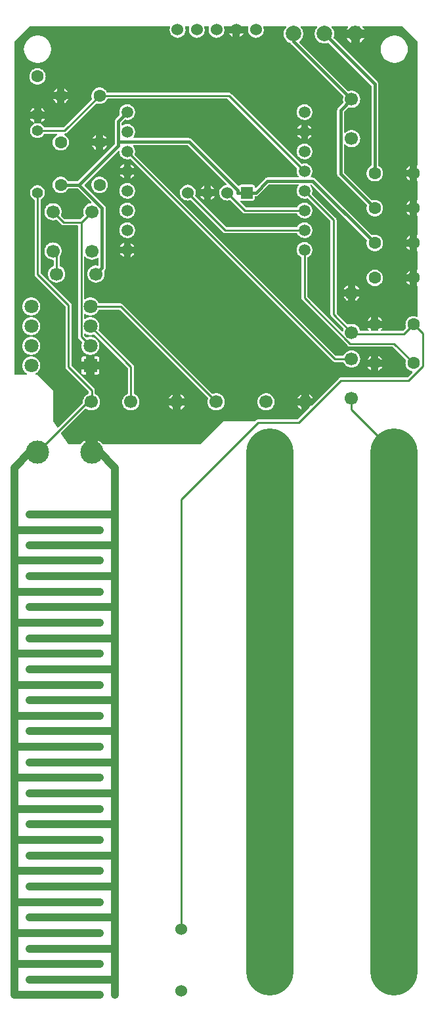
<source format=gbl>
G04 Layer: BottomLayer*
G04 EasyEDA v6.5.46, 2025-07-26 15:58:12*
G04 6a7e19aa2f684b7bb05dc37647730589,ba325f3f76be48ccbdad7cc867071ff5,10*
G04 Gerber Generator version 0.2*
G04 Scale: 100 percent, Rotated: No, Reflected: No *
G04 Dimensions in millimeters *
G04 leading zeros omitted , absolute positions ,4 integer and 5 decimal *
%FSLAX45Y45*%
%MOMM*%

%AMMACRO1*21,1,$1,$2,0,0,$3*%
%ADD10C,6.1020*%
%ADD11C,0.2540*%
%ADD12C,0.3810*%
%ADD13C,1.0000*%
%ADD14C,1.5240*%
%ADD15C,1.6000*%
%ADD16C,1.7000*%
%ADD17C,1.4000*%
%ADD18C,3.0000*%
%ADD19C,1.5000*%
%ADD20R,1.8000X1.8000*%
%ADD21C,1.8000*%
%ADD22MACRO1,1.524X1.524X90.0000*%
%ADD23C,2.0000*%
%ADD24C,0.0135*%

%LPD*%
G36*
X805434Y-5500014D02*
G01*
X802182Y-5499455D01*
X799236Y-5497880D01*
X797001Y-5495442D01*
X706475Y-5359654D01*
X705053Y-5356504D01*
X704799Y-5353050D01*
X705713Y-5349697D01*
X707745Y-5346852D01*
X1015644Y-5038953D01*
X1018641Y-5036870D01*
X1022248Y-5036007D01*
X1025906Y-5036464D01*
X1029157Y-5038191D01*
X1032560Y-5040934D01*
X1044702Y-5048300D01*
X1057706Y-5054041D01*
X1071321Y-5058105D01*
X1085342Y-5060340D01*
X1099566Y-5060797D01*
X1113688Y-5059476D01*
X1127556Y-5056276D01*
X1140866Y-5051399D01*
X1153464Y-5044795D01*
X1165148Y-5036667D01*
X1175664Y-5027117D01*
X1184859Y-5016296D01*
X1192631Y-5004409D01*
X1198778Y-4991608D01*
X1203248Y-4978095D01*
X1205992Y-4964176D01*
X1206906Y-4950002D01*
X1205992Y-4935829D01*
X1203248Y-4921859D01*
X1198778Y-4908397D01*
X1192631Y-4895596D01*
X1184859Y-4883658D01*
X1175664Y-4872837D01*
X1165148Y-4863287D01*
X1153464Y-4855159D01*
X1144117Y-4850282D01*
X1141272Y-4848047D01*
X1139342Y-4844897D01*
X1138682Y-4841290D01*
X1138682Y-4800600D01*
X1137869Y-4792573D01*
X1135684Y-4785360D01*
X1132128Y-4778654D01*
X1126998Y-4772456D01*
X841705Y-4487113D01*
X839469Y-4483811D01*
X838708Y-4479899D01*
X838708Y-3700526D01*
X837895Y-3692499D01*
X835710Y-3685286D01*
X832154Y-3678580D01*
X827024Y-3672382D01*
X441655Y-3286963D01*
X439420Y-3283661D01*
X438658Y-3279749D01*
X438658Y-2343861D01*
X439318Y-2340254D01*
X441248Y-2337104D01*
X444144Y-2334869D01*
X449834Y-2331923D01*
X460501Y-2324354D01*
X470052Y-2315464D01*
X478332Y-2305304D01*
X485140Y-2294128D01*
X490372Y-2282088D01*
X493877Y-2269490D01*
X495655Y-2256536D01*
X495655Y-2243429D01*
X493877Y-2230475D01*
X490372Y-2217877D01*
X485140Y-2205888D01*
X478332Y-2194712D01*
X470052Y-2184552D01*
X460501Y-2175611D01*
X449834Y-2168093D01*
X438200Y-2162048D01*
X425856Y-2157679D01*
X413054Y-2154986D01*
X399999Y-2154123D01*
X386943Y-2154986D01*
X374142Y-2157679D01*
X361797Y-2162048D01*
X350164Y-2168093D01*
X339496Y-2175611D01*
X329946Y-2184552D01*
X321665Y-2194712D01*
X314858Y-2205888D01*
X309676Y-2217877D01*
X306120Y-2230475D01*
X304342Y-2243429D01*
X304342Y-2256536D01*
X306120Y-2269490D01*
X309676Y-2282088D01*
X314858Y-2294128D01*
X321665Y-2305304D01*
X329946Y-2315464D01*
X339496Y-2324354D01*
X350164Y-2331923D01*
X355955Y-2334920D01*
X358851Y-2337155D01*
X360781Y-2340305D01*
X361442Y-2343912D01*
X361442Y-3299460D01*
X362254Y-3307486D01*
X364439Y-3314700D01*
X367995Y-3321405D01*
X373126Y-3327603D01*
X758494Y-3713022D01*
X760730Y-3716324D01*
X761492Y-3720236D01*
X761492Y-4499610D01*
X762304Y-4507636D01*
X764489Y-4514850D01*
X768045Y-4521555D01*
X773176Y-4527753D01*
X1058468Y-4813096D01*
X1060704Y-4816398D01*
X1061466Y-4820310D01*
X1061466Y-4837633D01*
X1060704Y-4841443D01*
X1058621Y-4844694D01*
X1055420Y-4846929D01*
X1044702Y-4851654D01*
X1032560Y-4859020D01*
X1021435Y-4867910D01*
X1011580Y-4878120D01*
X1003046Y-4889500D01*
X996086Y-4901895D01*
X990752Y-4915052D01*
X987145Y-4928768D01*
X985316Y-4942890D01*
X985316Y-4955844D01*
X984554Y-4959705D01*
X982370Y-4963007D01*
X666902Y-5278475D01*
X663143Y-5280863D01*
X658723Y-5281371D01*
X654507Y-5279999D01*
X651306Y-5276900D01*
X601726Y-5202529D01*
X600456Y-5199837D01*
X599998Y-5196890D01*
X599998Y-4801006D01*
X599287Y-4799279D01*
X400710Y-4600702D01*
X398983Y-4599990D01*
X382320Y-4599990D01*
X378104Y-4599076D01*
X374599Y-4596485D01*
X372567Y-4592675D01*
X372262Y-4588357D01*
X373786Y-4584293D01*
X376885Y-4581245D01*
X387096Y-4574743D01*
X398322Y-4565446D01*
X408279Y-4554880D01*
X416864Y-4543094D01*
X423875Y-4530344D01*
X429209Y-4516780D01*
X432816Y-4502708D01*
X434644Y-4488281D01*
X434644Y-4473702D01*
X432816Y-4459274D01*
X429209Y-4445203D01*
X423875Y-4431639D01*
X416864Y-4418888D01*
X408279Y-4407103D01*
X398322Y-4396536D01*
X387096Y-4387240D01*
X374853Y-4379417D01*
X361645Y-4373219D01*
X347827Y-4368749D01*
X333502Y-4366006D01*
X319024Y-4365091D01*
X304495Y-4366006D01*
X290169Y-4368749D01*
X276352Y-4373219D01*
X263144Y-4379417D01*
X250901Y-4387240D01*
X239674Y-4396536D01*
X229717Y-4407103D01*
X221132Y-4418888D01*
X214121Y-4431639D01*
X208788Y-4445203D01*
X205181Y-4459274D01*
X203352Y-4473702D01*
X203352Y-4488281D01*
X205181Y-4502708D01*
X208788Y-4516780D01*
X214121Y-4530344D01*
X221132Y-4543094D01*
X229717Y-4554880D01*
X239674Y-4565446D01*
X250901Y-4574743D01*
X261112Y-4581245D01*
X264210Y-4584293D01*
X265734Y-4588357D01*
X265430Y-4592675D01*
X263398Y-4596485D01*
X259892Y-4599076D01*
X255676Y-4599990D01*
X110185Y-4599990D01*
X106273Y-4599228D01*
X102971Y-4596993D01*
X100787Y-4593742D01*
X100025Y-4589830D01*
X99974Y-304190D01*
X100787Y-300329D01*
X102971Y-297027D01*
X297027Y-102971D01*
X300329Y-100787D01*
X304190Y-100025D01*
X2101850Y-100025D01*
X2105558Y-100685D01*
X2108758Y-102717D01*
X2111044Y-105765D01*
X2112010Y-109423D01*
X2111552Y-113182D01*
X2107438Y-126441D01*
X2105202Y-139903D01*
X2104745Y-153517D01*
X2106066Y-167081D01*
X2109266Y-180340D01*
X2114143Y-193090D01*
X2120696Y-205028D01*
X2128774Y-216001D01*
X2138273Y-225806D01*
X2148992Y-234289D01*
X2160727Y-241249D01*
X2173274Y-246532D01*
X2186432Y-250139D01*
X2199944Y-251967D01*
X2213559Y-251967D01*
X2227072Y-250139D01*
X2240229Y-246532D01*
X2252776Y-241249D01*
X2264511Y-234289D01*
X2275230Y-225806D01*
X2284730Y-216001D01*
X2292807Y-205028D01*
X2299360Y-193090D01*
X2304237Y-180340D01*
X2307437Y-167081D01*
X2308758Y-153517D01*
X2308301Y-139903D01*
X2306066Y-126441D01*
X2301951Y-113182D01*
X2301494Y-109423D01*
X2302459Y-105765D01*
X2304745Y-102717D01*
X2307945Y-100685D01*
X2311654Y-100025D01*
X2348992Y-100025D01*
X2352700Y-100685D01*
X2355900Y-102717D01*
X2358186Y-105765D01*
X2359152Y-109423D01*
X2358694Y-113182D01*
X2354580Y-126441D01*
X2352344Y-139903D01*
X2351887Y-153517D01*
X2353208Y-167081D01*
X2356408Y-180340D01*
X2361285Y-193090D01*
X2367838Y-205028D01*
X2375916Y-216001D01*
X2385415Y-225806D01*
X2396134Y-234289D01*
X2407869Y-241249D01*
X2420416Y-246532D01*
X2433574Y-250139D01*
X2447086Y-251967D01*
X2460701Y-251967D01*
X2474214Y-250139D01*
X2487371Y-246532D01*
X2499918Y-241249D01*
X2511653Y-234289D01*
X2522372Y-225806D01*
X2531872Y-216001D01*
X2539949Y-205028D01*
X2546502Y-193090D01*
X2551379Y-180340D01*
X2554579Y-167081D01*
X2555900Y-153517D01*
X2555443Y-139903D01*
X2553208Y-126441D01*
X2549093Y-113182D01*
X2548636Y-109423D01*
X2549601Y-105765D01*
X2551887Y-102717D01*
X2555087Y-100685D01*
X2558796Y-100025D01*
X2602992Y-100025D01*
X2606700Y-100685D01*
X2609900Y-102717D01*
X2612186Y-105765D01*
X2613152Y-109423D01*
X2612694Y-113182D01*
X2608580Y-126441D01*
X2606344Y-139903D01*
X2605887Y-153517D01*
X2607208Y-167081D01*
X2610408Y-180340D01*
X2615285Y-193090D01*
X2621838Y-205028D01*
X2629916Y-216001D01*
X2639415Y-225806D01*
X2650134Y-234289D01*
X2661869Y-241249D01*
X2674416Y-246532D01*
X2687574Y-250139D01*
X2701086Y-251967D01*
X2714701Y-251967D01*
X2728214Y-250139D01*
X2741371Y-246532D01*
X2753918Y-241249D01*
X2765653Y-234289D01*
X2776372Y-225806D01*
X2785872Y-216001D01*
X2793949Y-205028D01*
X2800502Y-193090D01*
X2805379Y-180340D01*
X2808579Y-167081D01*
X2809900Y-153517D01*
X2809443Y-139903D01*
X2807208Y-126441D01*
X2803093Y-113182D01*
X2802636Y-109423D01*
X2803601Y-105765D01*
X2805887Y-102717D01*
X2809087Y-100685D01*
X2812796Y-100025D01*
X2856992Y-100025D01*
X2860700Y-100685D01*
X2863850Y-102666D01*
X2866136Y-105664D01*
X2918510Y-105664D01*
X2920746Y-102666D01*
X2923946Y-100685D01*
X2927604Y-100025D01*
X2996184Y-100025D01*
X2999841Y-100685D01*
X3003042Y-102666D01*
X3005277Y-105664D01*
X3057652Y-105664D01*
X3059938Y-102666D01*
X3063087Y-100685D01*
X3066796Y-100025D01*
X3110992Y-100025D01*
X3114700Y-100685D01*
X3117900Y-102717D01*
X3120186Y-105765D01*
X3121152Y-109423D01*
X3120694Y-113182D01*
X3116580Y-126441D01*
X3114344Y-139903D01*
X3113887Y-153517D01*
X3115208Y-167081D01*
X3118408Y-180340D01*
X3123285Y-193090D01*
X3129838Y-205028D01*
X3137916Y-216001D01*
X3147415Y-225806D01*
X3158134Y-234289D01*
X3169869Y-241249D01*
X3182416Y-246532D01*
X3195574Y-250139D01*
X3209086Y-251967D01*
X3222701Y-251967D01*
X3236214Y-250139D01*
X3249371Y-246532D01*
X3261918Y-241249D01*
X3273653Y-234289D01*
X3284372Y-225806D01*
X3293872Y-216001D01*
X3301949Y-205028D01*
X3308502Y-193090D01*
X3313379Y-180340D01*
X3316579Y-167081D01*
X3317900Y-153517D01*
X3317443Y-139903D01*
X3315208Y-126441D01*
X3311093Y-113182D01*
X3310636Y-109423D01*
X3311601Y-105765D01*
X3313887Y-102717D01*
X3317087Y-100685D01*
X3320796Y-100025D01*
X3597859Y-100025D01*
X3602228Y-100990D01*
X3605784Y-103784D01*
X3607714Y-107848D01*
X3607765Y-112369D01*
X3605834Y-116433D01*
X3596386Y-128473D01*
X3588512Y-141478D01*
X3582263Y-155346D01*
X3577742Y-169875D01*
X3574999Y-184810D01*
X3574084Y-199999D01*
X3574999Y-215188D01*
X3577742Y-230124D01*
X3582263Y-244652D01*
X3588512Y-258521D01*
X3596386Y-271526D01*
X3605784Y-283464D01*
X3616502Y-294233D01*
X3628491Y-303580D01*
X3641496Y-311454D01*
X3655364Y-317703D01*
X3658615Y-318719D01*
X3661257Y-319989D01*
X3663391Y-321919D01*
X3668522Y-328117D01*
X4342079Y-1001674D01*
X4344263Y-1004824D01*
X4345076Y-1008583D01*
X4344466Y-1012393D01*
X4343704Y-1014425D01*
X4340504Y-1028293D01*
X4339183Y-1042466D01*
X4339640Y-1056640D01*
X4341876Y-1070660D01*
X4344720Y-1080211D01*
X4345127Y-1083767D01*
X4344212Y-1087272D01*
X4342130Y-1090269D01*
X4275480Y-1156970D01*
X4270298Y-1163878D01*
X4266590Y-1171295D01*
X4264304Y-1179271D01*
X4263491Y-1188008D01*
X4263542Y-2010206D01*
X4264761Y-2018741D01*
X4267403Y-2026615D01*
X4271416Y-2033879D01*
X4277004Y-2040585D01*
X4646117Y-2409698D01*
X4648250Y-2412796D01*
X4649063Y-2416454D01*
X4648555Y-2420162D01*
X4647742Y-2422601D01*
X4644999Y-2436164D01*
X4644136Y-2449982D01*
X4644999Y-2463800D01*
X4647742Y-2477414D01*
X4652162Y-2490520D01*
X4658309Y-2502916D01*
X4665980Y-2514447D01*
X4675124Y-2524861D01*
X4685538Y-2534005D01*
X4697069Y-2541676D01*
X4709464Y-2547823D01*
X4722622Y-2552293D01*
X4736185Y-2554986D01*
X4750003Y-2555900D01*
X4763820Y-2554986D01*
X4777384Y-2552293D01*
X4790541Y-2547823D01*
X4802936Y-2541676D01*
X4814468Y-2534005D01*
X4824882Y-2524861D01*
X4834026Y-2514447D01*
X4841697Y-2502916D01*
X4847844Y-2490520D01*
X4852263Y-2477414D01*
X4855006Y-2463800D01*
X4855870Y-2449982D01*
X4855006Y-2436164D01*
X4852263Y-2422601D01*
X4847844Y-2409494D01*
X4841697Y-2397048D01*
X4834026Y-2385517D01*
X4824882Y-2375103D01*
X4814468Y-2366010D01*
X4802936Y-2358288D01*
X4790541Y-2352192D01*
X4777384Y-2347722D01*
X4763820Y-2345029D01*
X4750003Y-2344115D01*
X4736185Y-2345029D01*
X4722622Y-2347722D01*
X4720132Y-2348534D01*
X4716424Y-2349093D01*
X4712766Y-2348230D01*
X4709668Y-2346096D01*
X4356404Y-1992833D01*
X4354220Y-1989531D01*
X4353458Y-1985670D01*
X4353458Y-1638503D01*
X4354220Y-1634642D01*
X4356354Y-1631391D01*
X4359605Y-1629156D01*
X4363466Y-1628343D01*
X4367377Y-1629054D01*
X4370679Y-1631238D01*
X4378096Y-1638452D01*
X4389475Y-1646936D01*
X4401870Y-1653895D01*
X4415028Y-1659229D01*
X4428794Y-1662836D01*
X4442866Y-1664665D01*
X4457090Y-1664665D01*
X4471212Y-1662836D01*
X4484928Y-1659229D01*
X4498086Y-1653895D01*
X4510481Y-1646936D01*
X4521860Y-1638452D01*
X4532071Y-1628546D01*
X4540961Y-1617421D01*
X4548327Y-1605280D01*
X4554067Y-1592275D01*
X4558080Y-1578660D01*
X4560366Y-1564640D01*
X4560824Y-1550466D01*
X4559452Y-1536293D01*
X4556302Y-1522425D01*
X4551375Y-1509115D01*
X4544822Y-1496517D01*
X4536694Y-1484884D01*
X4527143Y-1474317D01*
X4516323Y-1465122D01*
X4504385Y-1457401D01*
X4491583Y-1451203D01*
X4478121Y-1446733D01*
X4464151Y-1444040D01*
X4449978Y-1443126D01*
X4435805Y-1444040D01*
X4421886Y-1446733D01*
X4408373Y-1451203D01*
X4395571Y-1457401D01*
X4383684Y-1465122D01*
X4372864Y-1474317D01*
X4371136Y-1476248D01*
X4367834Y-1478635D01*
X4363923Y-1479600D01*
X4359910Y-1478889D01*
X4356506Y-1476705D01*
X4354220Y-1473403D01*
X4353458Y-1469440D01*
X4353458Y-1210360D01*
X4354220Y-1206449D01*
X4356404Y-1203198D01*
X4405630Y-1153972D01*
X4408474Y-1151940D01*
X4411878Y-1151026D01*
X4415383Y-1151331D01*
X4428794Y-1154836D01*
X4442866Y-1156665D01*
X4457090Y-1156665D01*
X4471212Y-1154836D01*
X4484928Y-1151229D01*
X4498086Y-1145895D01*
X4510481Y-1138936D01*
X4521860Y-1130452D01*
X4532071Y-1120546D01*
X4540961Y-1109421D01*
X4548327Y-1097280D01*
X4554067Y-1084275D01*
X4558080Y-1070660D01*
X4560366Y-1056640D01*
X4560824Y-1042466D01*
X4559452Y-1028293D01*
X4556302Y-1014425D01*
X4551375Y-1001115D01*
X4544822Y-988517D01*
X4536694Y-976884D01*
X4527143Y-966317D01*
X4516323Y-957122D01*
X4504385Y-949401D01*
X4491583Y-943203D01*
X4478121Y-938733D01*
X4464151Y-936040D01*
X4449978Y-935126D01*
X4435805Y-936040D01*
X4421886Y-938733D01*
X4416145Y-940612D01*
X4412437Y-941120D01*
X4408830Y-940308D01*
X4405782Y-938174D01*
X3779418Y-311861D01*
X3777132Y-308254D01*
X3776472Y-304038D01*
X3777640Y-299923D01*
X3780332Y-296672D01*
X3783482Y-294233D01*
X3794201Y-283464D01*
X3803599Y-271526D01*
X3811473Y-258521D01*
X3817721Y-244652D01*
X3822242Y-230124D01*
X3824986Y-215188D01*
X3825900Y-199999D01*
X3824986Y-184810D01*
X3822242Y-169875D01*
X3817721Y-155346D01*
X3811473Y-141478D01*
X3803599Y-128473D01*
X3794150Y-116433D01*
X3792220Y-112369D01*
X3792270Y-107848D01*
X3794201Y-103784D01*
X3797757Y-100990D01*
X3802126Y-100025D01*
X3997858Y-100025D01*
X4002227Y-100990D01*
X4005783Y-103784D01*
X4007713Y-107848D01*
X4007764Y-112369D01*
X4005834Y-116433D01*
X3996385Y-128473D01*
X3988511Y-141478D01*
X3982262Y-155346D01*
X3977741Y-169875D01*
X3974998Y-184810D01*
X3974084Y-199999D01*
X3974998Y-215188D01*
X3977741Y-230124D01*
X3982262Y-244652D01*
X3988511Y-258521D01*
X3996385Y-271526D01*
X4005783Y-283464D01*
X4016501Y-294233D01*
X4028490Y-303580D01*
X4041495Y-311454D01*
X4055364Y-317703D01*
X4069842Y-322224D01*
X4084828Y-324967D01*
X4100017Y-325882D01*
X4115155Y-324967D01*
X4130141Y-322224D01*
X4144772Y-317652D01*
X4148734Y-316738D01*
X4152747Y-317500D01*
X4156151Y-319735D01*
X4702048Y-865682D01*
X4704283Y-868934D01*
X4705045Y-872845D01*
X4705045Y-1898040D01*
X4704334Y-1901698D01*
X4702352Y-1904898D01*
X4699355Y-1907133D01*
X4697069Y-1908302D01*
X4685538Y-1915972D01*
X4675124Y-1925116D01*
X4665980Y-1935530D01*
X4658309Y-1947062D01*
X4652162Y-1959457D01*
X4647742Y-1972614D01*
X4644999Y-1986178D01*
X4644136Y-1999996D01*
X4644999Y-2013813D01*
X4647742Y-2027377D01*
X4652162Y-2040534D01*
X4658309Y-2052929D01*
X4665980Y-2064461D01*
X4675124Y-2074875D01*
X4685538Y-2084019D01*
X4697069Y-2091689D01*
X4709464Y-2097836D01*
X4722622Y-2102256D01*
X4736185Y-2104999D01*
X4750003Y-2105863D01*
X4763820Y-2104999D01*
X4777384Y-2102256D01*
X4790541Y-2097836D01*
X4802936Y-2091689D01*
X4814468Y-2084019D01*
X4824882Y-2074875D01*
X4834026Y-2064461D01*
X4841697Y-2052929D01*
X4847844Y-2040534D01*
X4852263Y-2027377D01*
X4855006Y-2013813D01*
X4855870Y-1999996D01*
X4855006Y-1986178D01*
X4852263Y-1972614D01*
X4847844Y-1959457D01*
X4841697Y-1947062D01*
X4834026Y-1935530D01*
X4824882Y-1925116D01*
X4814468Y-1915972D01*
X4802936Y-1908302D01*
X4800650Y-1907133D01*
X4797653Y-1904898D01*
X4795672Y-1901698D01*
X4794961Y-1898040D01*
X4794910Y-848309D01*
X4793742Y-839724D01*
X4791100Y-831850D01*
X4787036Y-824636D01*
X4781448Y-817880D01*
X4219702Y-256133D01*
X4217466Y-252729D01*
X4216755Y-248767D01*
X4217720Y-244652D01*
X4222242Y-230124D01*
X4224985Y-215188D01*
X4225899Y-199999D01*
X4224985Y-184810D01*
X4222242Y-169875D01*
X4217720Y-155346D01*
X4211472Y-141478D01*
X4203598Y-128473D01*
X4194149Y-116433D01*
X4192219Y-112369D01*
X4192270Y-107848D01*
X4194200Y-103784D01*
X4197756Y-100990D01*
X4202125Y-100025D01*
X4397857Y-100025D01*
X4402226Y-100990D01*
X4405782Y-103784D01*
X4407712Y-107848D01*
X4407763Y-112369D01*
X4405833Y-116433D01*
X4396384Y-128473D01*
X4388510Y-141478D01*
X4387545Y-143662D01*
X4443628Y-143662D01*
X4443628Y-110185D01*
X4444390Y-106273D01*
X4446625Y-102971D01*
X4449927Y-100787D01*
X4453788Y-100025D01*
X4546193Y-100025D01*
X4550054Y-100787D01*
X4553356Y-102971D01*
X4555591Y-106273D01*
X4556353Y-110185D01*
X4556353Y-143662D01*
X4612436Y-143662D01*
X4611471Y-141478D01*
X4603597Y-128473D01*
X4594148Y-116433D01*
X4592218Y-112369D01*
X4592269Y-107848D01*
X4594199Y-103784D01*
X4597755Y-100990D01*
X4602124Y-100025D01*
X5095798Y-100025D01*
X5099659Y-100787D01*
X5102961Y-102971D01*
X5297017Y-297027D01*
X5299202Y-300329D01*
X5299964Y-304190D01*
X5299964Y-1891182D01*
X5299049Y-1895500D01*
X5296357Y-1899005D01*
X5296357Y-1956003D01*
X5299049Y-1959508D01*
X5299964Y-1963826D01*
X5299964Y-2036165D01*
X5299049Y-2040483D01*
X5296357Y-2043988D01*
X5296357Y-2100986D01*
X5299049Y-2104491D01*
X5299964Y-2108809D01*
X5299964Y-2341219D01*
X5299049Y-2345486D01*
X5296357Y-2348992D01*
X5296357Y-2406040D01*
X5299049Y-2409494D01*
X5299964Y-2413812D01*
X5299964Y-2486202D01*
X5299049Y-2490470D01*
X5296357Y-2493975D01*
X5296357Y-2551023D01*
X5299049Y-2554478D01*
X5299964Y-2558796D01*
X5299964Y-2791206D01*
X5299049Y-2795524D01*
X5296306Y-2799029D01*
X5296306Y-2855976D01*
X5299049Y-2859481D01*
X5299964Y-2863799D01*
X5299964Y-2936189D01*
X5299049Y-2940507D01*
X5296306Y-2944012D01*
X5296306Y-3000959D01*
X5299049Y-3004464D01*
X5299964Y-3008782D01*
X5299964Y-3241192D01*
X5299049Y-3245510D01*
X5296357Y-3248964D01*
X5296357Y-3306013D01*
X5299049Y-3309518D01*
X5299964Y-3313785D01*
X5299964Y-3386175D01*
X5299049Y-3390493D01*
X5296357Y-3393948D01*
X5296357Y-3450996D01*
X5299049Y-3454501D01*
X5299964Y-3458768D01*
X5299964Y-3841191D01*
X5299252Y-3844950D01*
X5297220Y-3848201D01*
X5294071Y-3850436D01*
X5290362Y-3851351D01*
X5286552Y-3850843D01*
X5277358Y-3847693D01*
X5263794Y-3845001D01*
X5249976Y-3844086D01*
X5236159Y-3845001D01*
X5222595Y-3847693D01*
X5209438Y-3852164D01*
X5197043Y-3858310D01*
X5185511Y-3865981D01*
X5175097Y-3875125D01*
X5165953Y-3885539D01*
X5158282Y-3897071D01*
X5152136Y-3909466D01*
X5147716Y-3922572D01*
X5144973Y-3936187D01*
X5144109Y-3950004D01*
X5144973Y-3963822D01*
X5147716Y-3977386D01*
X5150815Y-3986580D01*
X5151323Y-3990289D01*
X5150510Y-3993946D01*
X5148376Y-3997045D01*
X5113324Y-4032097D01*
X5110022Y-4034282D01*
X5106111Y-4035094D01*
X4838344Y-4035094D01*
X4834534Y-4034332D01*
X4831283Y-4032250D01*
X4829048Y-4029100D01*
X4828184Y-4025341D01*
X4828743Y-4021531D01*
X4830673Y-4018229D01*
X4833975Y-4014470D01*
X4841697Y-4002938D01*
X4844948Y-3996334D01*
X4796332Y-3996334D01*
X4796332Y-4024934D01*
X4795570Y-4028795D01*
X4793335Y-4032097D01*
X4790033Y-4034282D01*
X4786172Y-4035094D01*
X4713782Y-4035094D01*
X4709922Y-4034282D01*
X4706620Y-4032097D01*
X4704384Y-4028795D01*
X4703622Y-4024934D01*
X4703622Y-3996334D01*
X4655007Y-3996334D01*
X4658258Y-4002938D01*
X4665980Y-4014470D01*
X4669282Y-4018229D01*
X4671212Y-4021531D01*
X4671771Y-4025341D01*
X4670907Y-4029100D01*
X4668672Y-4032250D01*
X4665421Y-4034332D01*
X4661611Y-4035094D01*
X4567275Y-4035094D01*
X4563922Y-4034485D01*
X4560925Y-4032859D01*
X4558690Y-4030319D01*
X4557369Y-4027170D01*
X4556302Y-4022445D01*
X4551375Y-4009085D01*
X4544822Y-3996486D01*
X4536694Y-3984853D01*
X4527143Y-3974337D01*
X4516323Y-3965143D01*
X4504385Y-3957370D01*
X4491583Y-3951224D01*
X4478121Y-3946753D01*
X4464151Y-3944010D01*
X4449978Y-3943096D01*
X4435805Y-3944010D01*
X4421886Y-3946753D01*
X4409389Y-3950868D01*
X4405731Y-3951376D01*
X4402074Y-3950512D01*
X4399026Y-3948429D01*
X4259072Y-3808476D01*
X4256887Y-3805174D01*
X4256125Y-3801262D01*
X4256125Y-2601976D01*
X4255312Y-2593949D01*
X4253128Y-2586736D01*
X4249572Y-2580081D01*
X4244441Y-2573832D01*
X3940810Y-2270252D01*
X3938778Y-2267305D01*
X3937914Y-2263902D01*
X3938219Y-2260346D01*
X3941876Y-2247087D01*
X3943654Y-2233726D01*
X3943654Y-2220264D01*
X3941876Y-2206904D01*
X3938270Y-2193899D01*
X3933037Y-2181504D01*
X3926179Y-2169922D01*
X3920439Y-2162657D01*
X3918508Y-2158746D01*
X3918458Y-2154377D01*
X3920185Y-2150364D01*
X3923436Y-2147468D01*
X3927601Y-2146198D01*
X3931920Y-2146808D01*
X3935577Y-2149144D01*
X4646117Y-2859684D01*
X4648200Y-2862783D01*
X4649063Y-2866390D01*
X4648555Y-2870098D01*
X4647692Y-2872587D01*
X4644999Y-2886151D01*
X4644085Y-2900019D01*
X4644999Y-2913837D01*
X4647692Y-2927400D01*
X4652162Y-2940507D01*
X4658258Y-2952953D01*
X4665980Y-2964434D01*
X4675124Y-2974848D01*
X4685538Y-2983992D01*
X4697018Y-2991713D01*
X4709464Y-2997809D01*
X4722571Y-3002280D01*
X4736134Y-3004972D01*
X4750003Y-3005886D01*
X4763820Y-3004972D01*
X4777384Y-3002280D01*
X4790490Y-2997809D01*
X4802936Y-2991713D01*
X4814417Y-2983992D01*
X4824831Y-2974848D01*
X4833975Y-2964434D01*
X4841697Y-2952953D01*
X4847793Y-2940507D01*
X4852263Y-2927400D01*
X4854956Y-2913837D01*
X4855870Y-2900019D01*
X4854956Y-2886151D01*
X4852263Y-2872587D01*
X4847793Y-2859481D01*
X4841697Y-2847035D01*
X4833975Y-2835554D01*
X4824831Y-2825140D01*
X4814417Y-2815996D01*
X4802936Y-2808274D01*
X4790490Y-2802178D01*
X4777384Y-2797708D01*
X4763820Y-2795016D01*
X4750003Y-2794101D01*
X4736134Y-2795016D01*
X4722571Y-2797708D01*
X4720132Y-2798521D01*
X4716424Y-2799080D01*
X4712766Y-2798216D01*
X4709718Y-2796082D01*
X3980535Y-2067001D01*
X3973626Y-2061819D01*
X3966210Y-2058111D01*
X3958234Y-2055825D01*
X3949547Y-2055063D01*
X3927449Y-2055063D01*
X3923029Y-2054047D01*
X3919524Y-2051202D01*
X3917543Y-2047189D01*
X3917543Y-2042668D01*
X3919474Y-2038604D01*
X3926179Y-2030069D01*
X3933037Y-2018487D01*
X3938270Y-2006092D01*
X3941876Y-1993087D01*
X3943654Y-1979726D01*
X3943654Y-1966264D01*
X3941876Y-1952904D01*
X3938270Y-1939899D01*
X3933037Y-1927504D01*
X3926179Y-1915922D01*
X3917797Y-1905304D01*
X3908145Y-1895957D01*
X3897274Y-1887982D01*
X3885437Y-1881479D01*
X3872890Y-1876653D01*
X3859784Y-1873504D01*
X3846372Y-1872183D01*
X3832910Y-1872640D01*
X3819601Y-1874875D01*
X3810101Y-1877822D01*
X3806444Y-1878228D01*
X3802887Y-1877364D01*
X3799890Y-1875282D01*
X2897632Y-973074D01*
X2891434Y-967943D01*
X2884728Y-964387D01*
X2877515Y-962202D01*
X2869488Y-961390D01*
X1305052Y-961390D01*
X1301394Y-960678D01*
X1298194Y-958697D01*
X1295958Y-955700D01*
X1291691Y-947064D01*
X1283970Y-935532D01*
X1274876Y-925118D01*
X1264462Y-915974D01*
X1252931Y-908303D01*
X1240485Y-902157D01*
X1227378Y-897737D01*
X1213815Y-894994D01*
X1199997Y-894130D01*
X1186180Y-894994D01*
X1172565Y-897737D01*
X1159459Y-902157D01*
X1147064Y-908303D01*
X1135532Y-915974D01*
X1125118Y-925118D01*
X1115974Y-935532D01*
X1108303Y-947064D01*
X1102156Y-959459D01*
X1097686Y-972616D01*
X1094994Y-986180D01*
X1094079Y-999998D01*
X1094994Y-1013815D01*
X1097686Y-1027379D01*
X1100836Y-1036574D01*
X1101344Y-1040282D01*
X1100480Y-1043940D01*
X1098397Y-1047038D01*
X736955Y-1408430D01*
X733653Y-1410614D01*
X729792Y-1411427D01*
X494182Y-1411427D01*
X490778Y-1410817D01*
X487781Y-1409141D01*
X485495Y-1406499D01*
X478332Y-1394714D01*
X470052Y-1384554D01*
X460501Y-1375613D01*
X449834Y-1368094D01*
X443128Y-1364589D01*
X439724Y-1361744D01*
X438962Y-1360119D01*
X436626Y-1360728D01*
X432765Y-1360119D01*
X425856Y-1357680D01*
X413054Y-1354988D01*
X399999Y-1354124D01*
X386943Y-1354988D01*
X374142Y-1357680D01*
X367233Y-1360119D01*
X363372Y-1360728D01*
X361035Y-1360119D01*
X360273Y-1361744D01*
X356870Y-1364589D01*
X350164Y-1368094D01*
X339496Y-1375613D01*
X329946Y-1384554D01*
X321665Y-1394714D01*
X314858Y-1405890D01*
X309676Y-1417878D01*
X306120Y-1430477D01*
X304342Y-1443431D01*
X304342Y-1456537D01*
X306120Y-1469491D01*
X309676Y-1482090D01*
X314858Y-1494129D01*
X321665Y-1505305D01*
X329946Y-1515465D01*
X339496Y-1524355D01*
X350164Y-1531924D01*
X361797Y-1537919D01*
X374142Y-1542338D01*
X386943Y-1544980D01*
X399999Y-1545894D01*
X413054Y-1544980D01*
X425856Y-1542338D01*
X438200Y-1537919D01*
X449834Y-1531924D01*
X460501Y-1524355D01*
X470052Y-1515465D01*
X478332Y-1505305D01*
X485495Y-1493520D01*
X487781Y-1490878D01*
X490778Y-1489202D01*
X494182Y-1488643D01*
X643382Y-1488643D01*
X647750Y-1489608D01*
X651306Y-1492402D01*
X653288Y-1496466D01*
X653288Y-1500987D01*
X651357Y-1505051D01*
X647039Y-1508302D01*
X635508Y-1515973D01*
X625094Y-1525117D01*
X616000Y-1535531D01*
X608279Y-1547063D01*
X602183Y-1559458D01*
X597712Y-1572615D01*
X595020Y-1586179D01*
X594106Y-1599996D01*
X595020Y-1613814D01*
X597712Y-1627378D01*
X602183Y-1640535D01*
X608279Y-1652930D01*
X616000Y-1664462D01*
X625094Y-1674875D01*
X635508Y-1684020D01*
X647039Y-1691690D01*
X659485Y-1697837D01*
X672592Y-1702257D01*
X686155Y-1705000D01*
X699973Y-1705864D01*
X713790Y-1705000D01*
X727405Y-1702257D01*
X740511Y-1697837D01*
X752906Y-1691690D01*
X764438Y-1684020D01*
X774852Y-1674875D01*
X783996Y-1664462D01*
X791667Y-1652930D01*
X797814Y-1640535D01*
X802284Y-1627378D01*
X804976Y-1613814D01*
X805891Y-1599996D01*
X804976Y-1586179D01*
X802284Y-1572615D01*
X797814Y-1559458D01*
X791667Y-1547063D01*
X783996Y-1535531D01*
X774852Y-1525117D01*
X764438Y-1515973D01*
X752906Y-1508302D01*
X751027Y-1507337D01*
X747623Y-1504645D01*
X745642Y-1500733D01*
X745490Y-1496415D01*
X747166Y-1492402D01*
X750366Y-1489456D01*
X754481Y-1488135D01*
X757529Y-1487830D01*
X764743Y-1485646D01*
X771398Y-1482090D01*
X777646Y-1476959D01*
X1153007Y-1101598D01*
X1156055Y-1099515D01*
X1159713Y-1098651D01*
X1163421Y-1099159D01*
X1172565Y-1102258D01*
X1186180Y-1105001D01*
X1199997Y-1105865D01*
X1213815Y-1105001D01*
X1227378Y-1102258D01*
X1240485Y-1097838D01*
X1252931Y-1091692D01*
X1264462Y-1084021D01*
X1274876Y-1074877D01*
X1283970Y-1064463D01*
X1291691Y-1052931D01*
X1295958Y-1044295D01*
X1298194Y-1041298D01*
X1301394Y-1039317D01*
X1305052Y-1038606D01*
X2849778Y-1038606D01*
X2853690Y-1039368D01*
X2856992Y-1041603D01*
X3745331Y-1929942D01*
X3747465Y-1933041D01*
X3748278Y-1936699D01*
X3747719Y-1940458D01*
X3745687Y-1946351D01*
X3742994Y-1959559D01*
X3742131Y-1973021D01*
X3742994Y-1986432D01*
X3745687Y-1999640D01*
X3750106Y-2012391D01*
X3756202Y-2024430D01*
X3763822Y-2035505D01*
X3766108Y-2038045D01*
X3768140Y-2041398D01*
X3768750Y-2045207D01*
X3767886Y-2049018D01*
X3765651Y-2052167D01*
X3762400Y-2054301D01*
X3758590Y-2055063D01*
X3364382Y-2055063D01*
X3355797Y-2056282D01*
X3347923Y-2058924D01*
X3340709Y-2062937D01*
X3333953Y-2068525D01*
X3219450Y-2183079D01*
X3216148Y-2185263D01*
X3212236Y-2186025D01*
X3208375Y-2185263D01*
X3205073Y-2183079D01*
X3202889Y-2179777D01*
X3201365Y-2168042D01*
X3199485Y-2162606D01*
X3196386Y-2157679D01*
X3192322Y-2153615D01*
X3187395Y-2150516D01*
X3181959Y-2148586D01*
X3175609Y-2147874D01*
X3024378Y-2147874D01*
X3018028Y-2148586D01*
X3012592Y-2150516D01*
X3007664Y-2153615D01*
X3003600Y-2157679D01*
X3000451Y-2161489D01*
X2997200Y-2163114D01*
X2993593Y-2163521D01*
X2990088Y-2162657D01*
X2987090Y-2160574D01*
X2385466Y-1559001D01*
X2378557Y-1553819D01*
X2371140Y-1550111D01*
X2363165Y-1547825D01*
X2354478Y-1547063D01*
X1641449Y-1547063D01*
X1637030Y-1546047D01*
X1633524Y-1543202D01*
X1631543Y-1539189D01*
X1631543Y-1534668D01*
X1633474Y-1530604D01*
X1640179Y-1522069D01*
X1647037Y-1510487D01*
X1652320Y-1498092D01*
X1655876Y-1485087D01*
X1657654Y-1471726D01*
X1657654Y-1458264D01*
X1655876Y-1444904D01*
X1652320Y-1431899D01*
X1647037Y-1419504D01*
X1640179Y-1407922D01*
X1631797Y-1397304D01*
X1622145Y-1387957D01*
X1611274Y-1379982D01*
X1599438Y-1373479D01*
X1586890Y-1368653D01*
X1573784Y-1365504D01*
X1560372Y-1364183D01*
X1546910Y-1364640D01*
X1533601Y-1366875D01*
X1520748Y-1370838D01*
X1508506Y-1376527D01*
X1501241Y-1381150D01*
X1497177Y-1382674D01*
X1492910Y-1382369D01*
X1489100Y-1380286D01*
X1486560Y-1376832D01*
X1485646Y-1372616D01*
X1485646Y-1350162D01*
X1486408Y-1346250D01*
X1488592Y-1342999D01*
X1520748Y-1310843D01*
X1523746Y-1308760D01*
X1527302Y-1307846D01*
X1530959Y-1308303D01*
X1533601Y-1309116D01*
X1546910Y-1311402D01*
X1560372Y-1311808D01*
X1573784Y-1310487D01*
X1586890Y-1307338D01*
X1599438Y-1302512D01*
X1611274Y-1296009D01*
X1622145Y-1288034D01*
X1631797Y-1278686D01*
X1640179Y-1268069D01*
X1647037Y-1256487D01*
X1652320Y-1244092D01*
X1655876Y-1231087D01*
X1657654Y-1217726D01*
X1657654Y-1204264D01*
X1655876Y-1190904D01*
X1652320Y-1177899D01*
X1647037Y-1165504D01*
X1640179Y-1153922D01*
X1631797Y-1143304D01*
X1622145Y-1133957D01*
X1611274Y-1125982D01*
X1599438Y-1119479D01*
X1586890Y-1114653D01*
X1573784Y-1111504D01*
X1560372Y-1110183D01*
X1546910Y-1110640D01*
X1533601Y-1112875D01*
X1520748Y-1116838D01*
X1508506Y-1122527D01*
X1497177Y-1129792D01*
X1486865Y-1138478D01*
X1477822Y-1148486D01*
X1470202Y-1159560D01*
X1464106Y-1171600D01*
X1459687Y-1184351D01*
X1456994Y-1197559D01*
X1456131Y-1211021D01*
X1456994Y-1224432D01*
X1459788Y-1238148D01*
X1459941Y-1241501D01*
X1458976Y-1244701D01*
X1457045Y-1247394D01*
X1407668Y-1296771D01*
X1402486Y-1303680D01*
X1398778Y-1311097D01*
X1396492Y-1319072D01*
X1395730Y-1327810D01*
X1395730Y-1622602D01*
X1394917Y-1626463D01*
X1392732Y-1629765D01*
X920445Y-2102053D01*
X917143Y-2104288D01*
X913231Y-2105050D01*
X801928Y-2105050D01*
X798271Y-2104339D01*
X795070Y-2102358D01*
X792835Y-2099360D01*
X791667Y-2097074D01*
X783996Y-2085543D01*
X774852Y-2075129D01*
X764438Y-2065985D01*
X752906Y-2058314D01*
X740511Y-2052167D01*
X727405Y-2047697D01*
X713790Y-2045004D01*
X699973Y-2044090D01*
X686155Y-2045004D01*
X672592Y-2047697D01*
X659485Y-2052167D01*
X647039Y-2058314D01*
X635508Y-2065985D01*
X625094Y-2075129D01*
X616000Y-2085543D01*
X608279Y-2097074D01*
X602183Y-2109470D01*
X597712Y-2122576D01*
X595020Y-2136190D01*
X594106Y-2150008D01*
X595020Y-2163826D01*
X597712Y-2177389D01*
X602183Y-2190496D01*
X608279Y-2202942D01*
X616000Y-2214473D01*
X625094Y-2224887D01*
X635508Y-2233980D01*
X647039Y-2241702D01*
X659485Y-2247798D01*
X672592Y-2252268D01*
X686155Y-2254961D01*
X699973Y-2255875D01*
X713790Y-2254961D01*
X727405Y-2252268D01*
X740511Y-2247798D01*
X752906Y-2241702D01*
X764438Y-2233980D01*
X774852Y-2224887D01*
X783996Y-2214473D01*
X791667Y-2202942D01*
X792835Y-2200656D01*
X795070Y-2197658D01*
X798271Y-2195677D01*
X801928Y-2194966D01*
X913231Y-2194966D01*
X917143Y-2195728D01*
X920445Y-2197963D01*
X1091285Y-2368804D01*
X1093622Y-2372512D01*
X1094232Y-2376830D01*
X1092962Y-2380996D01*
X1090066Y-2384247D01*
X1086053Y-2385974D01*
X1071880Y-2388717D01*
X1058367Y-2393188D01*
X1045565Y-2399385D01*
X1033678Y-2407107D01*
X1022858Y-2416352D01*
X1013307Y-2426868D01*
X1005179Y-2438501D01*
X998626Y-2451100D01*
X993698Y-2464460D01*
X990549Y-2478278D01*
X989177Y-2492451D01*
X989634Y-2506624D01*
X991869Y-2520645D01*
X997407Y-2539644D01*
X996696Y-2543606D01*
X994460Y-2546959D01*
X949909Y-2591511D01*
X946607Y-2593695D01*
X942695Y-2594508D01*
X757275Y-2594508D01*
X753414Y-2593695D01*
X750112Y-2591511D01*
X705561Y-2546959D01*
X703326Y-2543606D01*
X702564Y-2539644D01*
X708101Y-2520645D01*
X710387Y-2506624D01*
X710844Y-2492451D01*
X709472Y-2478278D01*
X706323Y-2464460D01*
X701395Y-2451100D01*
X694842Y-2438501D01*
X686714Y-2426868D01*
X677164Y-2416352D01*
X666343Y-2407107D01*
X654405Y-2399385D01*
X641604Y-2393188D01*
X628142Y-2388717D01*
X614172Y-2386025D01*
X599998Y-2385110D01*
X585825Y-2386025D01*
X571855Y-2388717D01*
X558393Y-2393188D01*
X545592Y-2399385D01*
X533654Y-2407107D01*
X522833Y-2416352D01*
X513283Y-2426868D01*
X505155Y-2438501D01*
X498601Y-2451100D01*
X493674Y-2464460D01*
X490524Y-2478278D01*
X489153Y-2492451D01*
X489610Y-2506624D01*
X491896Y-2520645D01*
X495960Y-2534310D01*
X501700Y-2547264D01*
X509066Y-2559456D01*
X517906Y-2570530D01*
X528116Y-2580436D01*
X539496Y-2588920D01*
X551891Y-2595880D01*
X565048Y-2601214D01*
X578815Y-2604820D01*
X592886Y-2606649D01*
X607110Y-2606649D01*
X621182Y-2604820D01*
X634949Y-2601214D01*
X639876Y-2599232D01*
X643737Y-2598470D01*
X647598Y-2599283D01*
X650849Y-2601468D01*
X709422Y-2660040D01*
X715670Y-2665171D01*
X722325Y-2668727D01*
X729538Y-2670911D01*
X737565Y-2671724D01*
X914146Y-2671724D01*
X918057Y-2672486D01*
X921308Y-2674670D01*
X923544Y-2677972D01*
X924306Y-2681884D01*
X924306Y-4108399D01*
X925118Y-4116425D01*
X927303Y-4123639D01*
X930859Y-4130344D01*
X935990Y-4136542D01*
X971702Y-4172254D01*
X973886Y-4175506D01*
X974648Y-4179366D01*
X973937Y-4183176D01*
X970787Y-4191203D01*
X967181Y-4205274D01*
X965352Y-4219702D01*
X965352Y-4234281D01*
X967181Y-4248708D01*
X970787Y-4262780D01*
X976121Y-4276344D01*
X983132Y-4289094D01*
X991717Y-4300880D01*
X1001674Y-4311446D01*
X1012901Y-4320743D01*
X1025144Y-4328566D01*
X1038352Y-4334764D01*
X1052169Y-4339234D01*
X1066495Y-4341977D01*
X1081024Y-4342892D01*
X1095502Y-4341977D01*
X1109827Y-4339234D01*
X1123645Y-4334764D01*
X1136853Y-4328566D01*
X1149096Y-4320743D01*
X1160322Y-4311446D01*
X1170279Y-4300880D01*
X1178864Y-4289094D01*
X1185875Y-4276344D01*
X1191209Y-4262780D01*
X1194816Y-4248708D01*
X1196644Y-4234281D01*
X1196644Y-4219702D01*
X1194816Y-4205274D01*
X1191209Y-4191203D01*
X1185875Y-4177639D01*
X1178864Y-4164888D01*
X1170279Y-4153103D01*
X1160322Y-4142536D01*
X1149096Y-4133240D01*
X1136853Y-4125417D01*
X1123645Y-4119219D01*
X1109827Y-4114749D01*
X1095502Y-4112006D01*
X1081024Y-4111091D01*
X1066495Y-4112006D01*
X1052169Y-4114749D01*
X1038352Y-4119219D01*
X1033678Y-4120540D01*
X1029614Y-4119829D01*
X1026160Y-4117543D01*
X1004519Y-4095902D01*
X1002284Y-4092600D01*
X1001521Y-4088688D01*
X1001521Y-4078020D01*
X1002436Y-4073804D01*
X1005027Y-4070350D01*
X1008786Y-4068267D01*
X1013104Y-4067962D01*
X1017117Y-4069435D01*
X1025144Y-4074566D01*
X1038352Y-4080764D01*
X1052169Y-4085234D01*
X1066495Y-4087977D01*
X1081024Y-4088892D01*
X1095502Y-4087977D01*
X1109827Y-4085234D01*
X1123645Y-4080764D01*
X1128318Y-4079443D01*
X1132382Y-4080154D01*
X1135837Y-4082440D01*
X1562404Y-4509008D01*
X1564640Y-4512310D01*
X1565402Y-4516221D01*
X1565402Y-4839462D01*
X1564640Y-4843272D01*
X1562557Y-4846523D01*
X1559356Y-4848758D01*
X1552702Y-4851654D01*
X1540560Y-4859020D01*
X1529435Y-4867910D01*
X1519580Y-4878120D01*
X1511046Y-4889500D01*
X1504086Y-4901895D01*
X1498752Y-4915052D01*
X1495145Y-4928768D01*
X1493316Y-4942890D01*
X1493316Y-4957114D01*
X1495145Y-4971186D01*
X1498752Y-4984953D01*
X1504086Y-4998110D01*
X1511046Y-5010505D01*
X1519580Y-5021884D01*
X1529435Y-5032095D01*
X1540560Y-5040934D01*
X1552702Y-5048300D01*
X1565706Y-5054041D01*
X1579321Y-5058105D01*
X1593342Y-5060340D01*
X1607566Y-5060797D01*
X1621688Y-5059476D01*
X1635556Y-5056276D01*
X1648866Y-5051399D01*
X1661464Y-5044795D01*
X1673148Y-5036667D01*
X1683664Y-5027117D01*
X1692859Y-5016296D01*
X1700631Y-5004409D01*
X1706778Y-4991608D01*
X1711248Y-4978095D01*
X1713992Y-4964176D01*
X1714906Y-4950002D01*
X1713992Y-4935829D01*
X1711248Y-4921859D01*
X1706778Y-4908397D01*
X1700631Y-4895596D01*
X1692859Y-4883658D01*
X1683664Y-4872837D01*
X1673148Y-4863287D01*
X1661464Y-4855159D01*
X1648104Y-4848199D01*
X1645208Y-4845964D01*
X1643278Y-4842814D01*
X1642618Y-4839208D01*
X1642618Y-4496511D01*
X1641805Y-4488484D01*
X1639620Y-4481271D01*
X1636064Y-4474565D01*
X1630933Y-4468368D01*
X1190294Y-4027728D01*
X1188110Y-4024477D01*
X1187348Y-4020616D01*
X1188059Y-4016806D01*
X1191209Y-4008780D01*
X1194816Y-3994708D01*
X1196644Y-3980281D01*
X1196644Y-3965701D01*
X1194816Y-3951274D01*
X1191209Y-3937203D01*
X1185875Y-3923639D01*
X1178864Y-3910888D01*
X1170279Y-3899103D01*
X1160322Y-3888536D01*
X1149096Y-3879240D01*
X1136853Y-3871417D01*
X1123645Y-3865219D01*
X1109827Y-3860749D01*
X1095502Y-3858006D01*
X1081024Y-3857091D01*
X1066495Y-3858006D01*
X1052169Y-3860749D01*
X1038352Y-3865219D01*
X1025144Y-3871417D01*
X1017117Y-3876548D01*
X1013104Y-3878021D01*
X1008786Y-3877716D01*
X1005027Y-3875633D01*
X1002436Y-3872179D01*
X1001521Y-3867962D01*
X1001521Y-3824020D01*
X1002436Y-3819804D01*
X1005027Y-3816350D01*
X1008786Y-3814267D01*
X1013104Y-3813962D01*
X1017117Y-3815435D01*
X1025144Y-3820566D01*
X1038352Y-3826764D01*
X1052169Y-3831234D01*
X1066495Y-3833977D01*
X1081024Y-3834892D01*
X1095502Y-3833977D01*
X1109827Y-3831234D01*
X1123645Y-3826764D01*
X1136853Y-3820566D01*
X1149096Y-3812743D01*
X1160322Y-3803446D01*
X1170279Y-3792880D01*
X1178864Y-3781094D01*
X1185875Y-3768344D01*
X1187551Y-3764026D01*
X1189736Y-3760673D01*
X1193088Y-3758387D01*
X1197000Y-3757625D01*
X1452778Y-3757625D01*
X1456690Y-3758387D01*
X1459992Y-3760571D01*
X2598521Y-4899101D01*
X2600706Y-4902403D01*
X2601518Y-4906264D01*
X2600756Y-4910124D01*
X2598775Y-4915052D01*
X2595168Y-4928768D01*
X2593340Y-4942890D01*
X2593340Y-4957114D01*
X2595168Y-4971186D01*
X2598775Y-4984953D01*
X2604109Y-4998110D01*
X2611069Y-5010505D01*
X2619552Y-5021884D01*
X2629458Y-5032095D01*
X2640533Y-5040934D01*
X2652725Y-5048300D01*
X2665679Y-5054041D01*
X2679344Y-5058105D01*
X2693365Y-5060340D01*
X2707538Y-5060797D01*
X2721711Y-5059476D01*
X2735529Y-5056276D01*
X2748889Y-5051399D01*
X2761488Y-5044795D01*
X2773121Y-5036667D01*
X2783636Y-5027117D01*
X2792882Y-5016296D01*
X2800604Y-5004409D01*
X2806801Y-4991608D01*
X2811272Y-4978095D01*
X2813964Y-4964176D01*
X2814878Y-4950002D01*
X2813964Y-4935829D01*
X2811272Y-4921859D01*
X2806801Y-4908397D01*
X2800604Y-4895596D01*
X2792882Y-4883658D01*
X2783636Y-4872837D01*
X2773121Y-4863287D01*
X2761488Y-4855159D01*
X2748889Y-4848606D01*
X2735529Y-4843678D01*
X2721711Y-4840528D01*
X2707538Y-4839157D01*
X2693365Y-4839614D01*
X2679344Y-4841900D01*
X2660396Y-4847386D01*
X2656382Y-4846675D01*
X2653030Y-4844440D01*
X1500632Y-3692042D01*
X1494434Y-3686911D01*
X1487728Y-3683355D01*
X1480515Y-3681171D01*
X1472488Y-3680409D01*
X1197000Y-3680409D01*
X1193088Y-3679596D01*
X1189736Y-3677310D01*
X1187551Y-3673957D01*
X1185875Y-3669639D01*
X1178864Y-3656888D01*
X1170279Y-3645103D01*
X1160322Y-3634536D01*
X1149096Y-3625240D01*
X1136853Y-3617417D01*
X1123645Y-3611219D01*
X1109827Y-3606749D01*
X1095502Y-3604006D01*
X1081024Y-3603091D01*
X1066495Y-3604006D01*
X1052169Y-3606749D01*
X1038352Y-3611219D01*
X1025144Y-3617417D01*
X1017117Y-3622548D01*
X1013104Y-3624021D01*
X1008786Y-3623716D01*
X1005027Y-3621633D01*
X1002436Y-3618179D01*
X1001521Y-3613962D01*
X1001521Y-3086658D01*
X1002284Y-3082798D01*
X1004468Y-3079496D01*
X1007719Y-3077311D01*
X1011580Y-3076498D01*
X1015441Y-3077210D01*
X1018743Y-3079343D01*
X1028141Y-3088436D01*
X1039520Y-3096920D01*
X1051864Y-3103880D01*
X1065072Y-3109214D01*
X1078788Y-3112820D01*
X1092911Y-3114649D01*
X1107084Y-3114649D01*
X1121206Y-3112820D01*
X1134922Y-3109214D01*
X1148130Y-3103880D01*
X1160475Y-3096920D01*
X1170990Y-3089097D01*
X1175105Y-3087268D01*
X1179525Y-3087370D01*
X1183538Y-3089351D01*
X1186281Y-3092856D01*
X1187246Y-3097225D01*
X1187246Y-3181350D01*
X1186586Y-3184906D01*
X1184757Y-3188004D01*
X1181912Y-3190290D01*
X1178458Y-3191408D01*
X1174800Y-3191256D01*
X1171702Y-3190544D01*
X1157528Y-3189173D01*
X1143355Y-3189630D01*
X1129334Y-3191865D01*
X1115720Y-3195929D01*
X1102715Y-3201670D01*
X1090574Y-3209036D01*
X1079449Y-3217926D01*
X1069543Y-3228136D01*
X1061059Y-3239516D01*
X1054100Y-3251860D01*
X1048766Y-3265068D01*
X1045159Y-3278784D01*
X1043330Y-3292906D01*
X1043330Y-3307079D01*
X1045159Y-3321202D01*
X1048766Y-3334918D01*
X1054100Y-3348126D01*
X1061059Y-3360470D01*
X1069543Y-3371850D01*
X1079449Y-3382060D01*
X1090574Y-3390950D01*
X1102715Y-3398316D01*
X1115720Y-3404057D01*
X1129334Y-3408121D01*
X1143355Y-3410356D01*
X1157528Y-3410813D01*
X1171702Y-3409442D01*
X1185570Y-3406292D01*
X1198880Y-3401364D01*
X1211478Y-3394811D01*
X1223111Y-3386683D01*
X1233678Y-3377133D01*
X1242872Y-3366312D01*
X1250594Y-3354425D01*
X1256792Y-3341624D01*
X1261262Y-3328111D01*
X1263954Y-3314192D01*
X1264869Y-3300018D01*
X1263954Y-3285794D01*
X1261262Y-3271875D01*
X1259382Y-3266135D01*
X1258874Y-3262477D01*
X1259687Y-3258870D01*
X1261719Y-3255822D01*
X1265224Y-3252266D01*
X1270406Y-3245408D01*
X1274064Y-3237992D01*
X1276350Y-3230016D01*
X1277162Y-3221329D01*
X1277112Y-2444445D01*
X1275943Y-2435860D01*
X1273302Y-2427986D01*
X1269238Y-2420772D01*
X1263650Y-2414016D01*
X1006856Y-2157171D01*
X1004620Y-2153920D01*
X1003858Y-2150008D01*
X1004620Y-2146096D01*
X1006856Y-2142845D01*
X1438808Y-1710842D01*
X1442212Y-1708607D01*
X1446225Y-1707896D01*
X1450187Y-1708759D01*
X1453489Y-1711147D01*
X1455572Y-1714652D01*
X1456131Y-1719021D01*
X1456994Y-1732432D01*
X1459687Y-1745640D01*
X1464106Y-1758391D01*
X1470202Y-1770430D01*
X1477822Y-1781505D01*
X1486865Y-1791512D01*
X1497177Y-1800199D01*
X1508506Y-1807464D01*
X1520748Y-1813153D01*
X1533601Y-1817116D01*
X1546910Y-1819402D01*
X1560372Y-1819808D01*
X1573784Y-1818487D01*
X1586890Y-1815338D01*
X1589278Y-1814423D01*
X1593088Y-1813763D01*
X1596898Y-1814575D01*
X1600149Y-1816709D01*
X4206341Y-4422952D01*
X4212590Y-4428083D01*
X4219244Y-4431639D01*
X4226458Y-4433824D01*
X4234484Y-4434636D01*
X4339437Y-4434636D01*
X4343247Y-4435348D01*
X4346549Y-4437481D01*
X4348734Y-4440682D01*
X4351680Y-4447286D01*
X4359046Y-4459427D01*
X4367885Y-4470552D01*
X4378096Y-4480407D01*
X4389475Y-4488942D01*
X4401870Y-4495901D01*
X4415028Y-4501235D01*
X4428794Y-4504842D01*
X4442866Y-4506671D01*
X4457090Y-4506671D01*
X4471212Y-4504842D01*
X4484928Y-4501235D01*
X4498086Y-4495901D01*
X4510481Y-4488942D01*
X4521860Y-4480407D01*
X4532071Y-4470552D01*
X4540961Y-4459427D01*
X4548327Y-4447286D01*
X4554067Y-4434281D01*
X4558080Y-4420666D01*
X4560366Y-4406646D01*
X4560824Y-4392422D01*
X4559452Y-4378299D01*
X4556302Y-4364431D01*
X4551375Y-4351121D01*
X4544822Y-4338523D01*
X4536694Y-4326839D01*
X4527143Y-4316323D01*
X4516323Y-4307128D01*
X4504385Y-4299356D01*
X4491583Y-4293209D01*
X4478121Y-4288739D01*
X4464151Y-4285996D01*
X4449978Y-4285081D01*
X4435805Y-4285996D01*
X4421886Y-4288739D01*
X4408373Y-4293209D01*
X4395571Y-4299356D01*
X4383684Y-4307128D01*
X4372864Y-4316323D01*
X4363313Y-4326839D01*
X4355185Y-4338523D01*
X4348226Y-4351934D01*
X4345940Y-4354830D01*
X4342790Y-4356709D01*
X4339183Y-4357420D01*
X4254195Y-4357420D01*
X4250334Y-4356608D01*
X4247032Y-4354423D01*
X1654860Y-1762252D01*
X1652828Y-1759356D01*
X1651914Y-1755902D01*
X1652219Y-1752346D01*
X1655876Y-1739087D01*
X1657654Y-1725726D01*
X1657654Y-1712264D01*
X1655876Y-1698904D01*
X1652320Y-1685899D01*
X1647037Y-1673504D01*
X1640179Y-1661922D01*
X1633474Y-1653387D01*
X1631543Y-1649323D01*
X1631543Y-1644802D01*
X1633524Y-1640789D01*
X1637030Y-1637944D01*
X1641449Y-1636979D01*
X2332126Y-1636979D01*
X2335987Y-1637741D01*
X2339289Y-1639925D01*
X2831998Y-2132634D01*
X2834386Y-2136444D01*
X2834894Y-2140864D01*
X2833471Y-2145131D01*
X2830372Y-2148332D01*
X2825648Y-2149957D01*
X2812491Y-2153564D01*
X2799943Y-2158898D01*
X2788208Y-2165807D01*
X2777540Y-2174290D01*
X2768041Y-2184095D01*
X2759964Y-2195068D01*
X2753410Y-2207006D01*
X2748483Y-2219756D01*
X2745333Y-2233015D01*
X2743962Y-2246579D01*
X2744419Y-2260193D01*
X2746705Y-2273655D01*
X2750718Y-2286711D01*
X2756458Y-2299055D01*
X2763824Y-2310536D01*
X2772613Y-2320950D01*
X2782722Y-2330094D01*
X2793949Y-2337816D01*
X2806141Y-2343962D01*
X2819044Y-2348433D01*
X2832404Y-2351176D01*
X2845968Y-2352090D01*
X2859582Y-2351176D01*
X2872943Y-2348433D01*
X2879496Y-2346198D01*
X2883204Y-2345639D01*
X2886913Y-2346452D01*
X2890012Y-2348585D01*
X3049371Y-2507945D01*
X3055569Y-2513076D01*
X3062274Y-2516632D01*
X3069488Y-2518816D01*
X3077514Y-2519629D01*
X3743451Y-2519629D01*
X3747109Y-2520289D01*
X3750310Y-2522220D01*
X3752545Y-2525166D01*
X3756202Y-2532430D01*
X3763822Y-2543505D01*
X3772865Y-2553512D01*
X3783126Y-2562199D01*
X3794506Y-2569464D01*
X3806748Y-2575153D01*
X3819601Y-2579116D01*
X3832910Y-2581351D01*
X3846372Y-2581808D01*
X3859784Y-2580487D01*
X3872890Y-2577338D01*
X3885437Y-2572512D01*
X3897274Y-2566009D01*
X3908145Y-2558034D01*
X3917797Y-2548686D01*
X3926179Y-2538069D01*
X3933037Y-2526487D01*
X3938270Y-2514092D01*
X3941876Y-2501087D01*
X3943654Y-2487726D01*
X3943654Y-2474264D01*
X3941876Y-2460904D01*
X3938270Y-2447899D01*
X3933037Y-2435504D01*
X3926179Y-2423922D01*
X3917797Y-2413304D01*
X3908145Y-2403957D01*
X3897274Y-2395982D01*
X3885437Y-2389479D01*
X3872890Y-2384653D01*
X3859784Y-2381504D01*
X3846372Y-2380183D01*
X3832910Y-2380640D01*
X3819601Y-2382875D01*
X3806748Y-2386838D01*
X3794506Y-2392527D01*
X3783126Y-2399792D01*
X3772865Y-2408478D01*
X3763822Y-2418486D01*
X3756202Y-2429560D01*
X3752545Y-2436825D01*
X3750310Y-2439771D01*
X3747109Y-2441702D01*
X3743451Y-2442413D01*
X3097225Y-2442413D01*
X3093313Y-2441600D01*
X3090011Y-2439416D01*
X3020060Y-2369464D01*
X3017875Y-2366162D01*
X3017062Y-2362250D01*
X3017875Y-2358390D01*
X3020060Y-2355088D01*
X3023362Y-2352852D01*
X3027222Y-2352090D01*
X3175609Y-2352090D01*
X3181959Y-2351379D01*
X3187395Y-2349500D01*
X3192322Y-2346401D01*
X3196386Y-2342286D01*
X3199485Y-2337409D01*
X3201365Y-2331923D01*
X3202127Y-2325624D01*
X3202127Y-2305100D01*
X3202889Y-2301240D01*
X3205022Y-2297938D01*
X3208324Y-2295753D01*
X3212185Y-2294940D01*
X3217875Y-2294890D01*
X3226358Y-2293721D01*
X3234232Y-2291080D01*
X3241497Y-2287016D01*
X3248202Y-2281428D01*
X3381756Y-2147925D01*
X3385007Y-2145741D01*
X3388918Y-2144979D01*
X3758590Y-2144979D01*
X3762400Y-2145690D01*
X3765651Y-2147824D01*
X3767886Y-2150973D01*
X3768750Y-2154783D01*
X3768140Y-2158593D01*
X3766108Y-2161946D01*
X3763822Y-2164486D01*
X3756202Y-2175560D01*
X3750106Y-2187600D01*
X3745687Y-2200351D01*
X3742994Y-2213559D01*
X3742131Y-2227021D01*
X3742994Y-2240432D01*
X3745687Y-2253640D01*
X3750106Y-2266391D01*
X3756202Y-2278430D01*
X3763822Y-2289505D01*
X3772865Y-2299512D01*
X3783126Y-2308199D01*
X3794506Y-2315464D01*
X3806748Y-2321153D01*
X3819601Y-2325116D01*
X3832910Y-2327402D01*
X3846372Y-2327808D01*
X3859784Y-2326487D01*
X3872890Y-2323338D01*
X3875278Y-2322423D01*
X3879087Y-2321763D01*
X3882898Y-2322576D01*
X3886098Y-2324709D01*
X4175912Y-2614523D01*
X4178096Y-2617825D01*
X4178909Y-2621686D01*
X4178909Y-3820972D01*
X4179671Y-3828999D01*
X4181856Y-3836212D01*
X4185412Y-3842918D01*
X4190542Y-3849115D01*
X4344517Y-4003090D01*
X4346651Y-4006291D01*
X4347514Y-4009999D01*
X4346854Y-4013809D01*
X4343704Y-4022445D01*
X4341368Y-4032554D01*
X4339539Y-4036415D01*
X4336288Y-4039209D01*
X4332173Y-4040428D01*
X4327906Y-4039768D01*
X4324299Y-4037482D01*
X3884574Y-3597757D01*
X3882390Y-3594455D01*
X3881628Y-3590544D01*
X3881628Y-3088640D01*
X3882237Y-3085084D01*
X3884066Y-3081985D01*
X3886860Y-3079750D01*
X3897274Y-3074009D01*
X3908145Y-3066034D01*
X3917797Y-3056686D01*
X3926179Y-3046069D01*
X3933037Y-3034487D01*
X3938270Y-3022092D01*
X3941876Y-3009087D01*
X3943654Y-2995726D01*
X3943654Y-2982264D01*
X3941876Y-2968904D01*
X3938270Y-2955899D01*
X3933037Y-2943504D01*
X3926179Y-2931922D01*
X3917797Y-2921304D01*
X3908145Y-2911957D01*
X3897274Y-2903982D01*
X3885437Y-2897479D01*
X3872890Y-2892653D01*
X3859784Y-2889504D01*
X3846372Y-2888183D01*
X3832910Y-2888640D01*
X3819601Y-2890875D01*
X3806748Y-2894838D01*
X3794506Y-2900527D01*
X3783126Y-2907792D01*
X3772865Y-2916478D01*
X3763822Y-2926486D01*
X3756202Y-2937560D01*
X3750106Y-2949600D01*
X3745687Y-2962351D01*
X3742994Y-2975559D01*
X3742131Y-2989021D01*
X3742994Y-3002432D01*
X3745687Y-3015640D01*
X3750106Y-3028391D01*
X3756202Y-3040430D01*
X3763822Y-3051505D01*
X3772865Y-3061512D01*
X3783126Y-3070199D01*
X3794506Y-3077464D01*
X3798519Y-3079343D01*
X3801618Y-3081578D01*
X3803650Y-3084779D01*
X3804412Y-3088538D01*
X3804412Y-3610254D01*
X3805174Y-3618280D01*
X3807358Y-3625494D01*
X3810914Y-3632200D01*
X3816045Y-3638397D01*
X4404614Y-4226966D01*
X4410811Y-4232097D01*
X4417517Y-4235653D01*
X4424730Y-4237837D01*
X4432757Y-4238650D01*
X4979822Y-4238650D01*
X4983683Y-4239412D01*
X4986985Y-4241596D01*
X5148376Y-4402988D01*
X5150510Y-4406087D01*
X5151323Y-4409694D01*
X5150815Y-4413402D01*
X5147716Y-4422597D01*
X5144973Y-4436160D01*
X5144109Y-4449978D01*
X5144973Y-4463796D01*
X5147716Y-4477410D01*
X5152136Y-4490516D01*
X5158282Y-4502912D01*
X5165953Y-4514443D01*
X5175097Y-4524857D01*
X5185511Y-4534001D01*
X5197043Y-4541672D01*
X5209438Y-4547819D01*
X5222595Y-4552289D01*
X5230063Y-4553762D01*
X5234025Y-4555490D01*
X5236921Y-4558741D01*
X5238191Y-4562906D01*
X5237581Y-4567224D01*
X5235244Y-4570882D01*
X5172964Y-4633214D01*
X5169662Y-4635398D01*
X5165750Y-4636211D01*
X4310481Y-4636211D01*
X4302455Y-4636973D01*
X4295241Y-4639157D01*
X4288586Y-4642713D01*
X4282338Y-4647844D01*
X3934358Y-4995824D01*
X3931056Y-4998008D01*
X3927195Y-4998821D01*
X3902811Y-4998821D01*
X3902811Y-5023205D01*
X3901998Y-5027066D01*
X3899814Y-5030368D01*
X3756456Y-5173726D01*
X3753154Y-5175910D01*
X3749294Y-5176723D01*
X3240836Y-5176723D01*
X3232810Y-5177485D01*
X3225596Y-5179669D01*
X3218891Y-5183225D01*
X3212693Y-5188356D01*
X3204006Y-5196992D01*
X3200704Y-5199227D01*
X3196844Y-5199989D01*
X2801010Y-5199989D01*
X2799283Y-5200700D01*
X2502966Y-5497017D01*
X2499664Y-5499201D01*
X2495804Y-5500014D01*
X1249781Y-5500014D01*
X1246784Y-5499557D01*
X1244041Y-5498185D01*
X1241806Y-5496153D01*
X1232103Y-5483860D01*
X1219454Y-5470906D01*
X1205585Y-5459323D01*
X1190548Y-5449214D01*
X1181354Y-5444286D01*
X1181354Y-5489854D01*
X1180592Y-5493715D01*
X1178356Y-5497017D01*
X1175054Y-5499201D01*
X1171194Y-5500014D01*
X1028801Y-5500014D01*
X1024940Y-5499201D01*
X1021638Y-5497017D01*
X1019403Y-5493715D01*
X1018641Y-5489854D01*
X1018641Y-5444134D01*
X1017320Y-5444744D01*
X1001826Y-5454040D01*
X987298Y-5464911D01*
X974039Y-5477205D01*
X962050Y-5490819D01*
X958596Y-5495696D01*
X956360Y-5497982D01*
X953516Y-5499506D01*
X950315Y-5500014D01*
G37*

%LPC*%
G36*
X3349498Y-5060797D02*
G01*
X3363620Y-5059426D01*
X3377488Y-5056276D01*
X3390849Y-5051348D01*
X3403447Y-5044795D01*
X3415080Y-5036667D01*
X3425596Y-5027117D01*
X3434791Y-5016296D01*
X3442563Y-5004358D01*
X3448710Y-4991557D01*
X3453180Y-4978095D01*
X3455924Y-4964125D01*
X3456838Y-4949952D01*
X3455924Y-4935778D01*
X3453180Y-4921808D01*
X3448710Y-4908346D01*
X3442563Y-4895545D01*
X3434791Y-4883607D01*
X3425596Y-4872786D01*
X3415080Y-4863236D01*
X3403447Y-4855108D01*
X3390849Y-4848555D01*
X3377488Y-4843627D01*
X3363620Y-4840478D01*
X3349498Y-4839106D01*
X3335274Y-4839563D01*
X3321253Y-4841849D01*
X3307638Y-4845913D01*
X3294634Y-4851654D01*
X3282492Y-4859020D01*
X3271367Y-4867859D01*
X3261512Y-4878070D01*
X3253028Y-4889449D01*
X3246018Y-4901844D01*
X3240684Y-4915001D01*
X3237077Y-4928768D01*
X3235299Y-4942840D01*
X3235299Y-4957064D01*
X3237077Y-4971135D01*
X3240684Y-4984902D01*
X3246018Y-4998059D01*
X3253028Y-5010454D01*
X3261512Y-5021834D01*
X3271367Y-5032044D01*
X3282492Y-5040884D01*
X3294634Y-5048250D01*
X3307638Y-5054041D01*
X3321253Y-5058054D01*
X3335274Y-5060340D01*
G37*
G36*
X2147163Y-5049367D02*
G01*
X2147163Y-4998821D01*
X2096516Y-4998821D01*
X2103069Y-5010505D01*
X2111552Y-5021884D01*
X2121458Y-5032095D01*
X2132533Y-5040934D01*
X2144725Y-5048300D01*
G37*
G36*
X3805072Y-5049367D02*
G01*
X3805072Y-4998821D01*
X3754475Y-4998821D01*
X3761028Y-5010454D01*
X3769512Y-5021834D01*
X3779367Y-5032044D01*
X3790492Y-5040884D01*
X3802634Y-5048250D01*
G37*
G36*
X2244852Y-5049316D02*
G01*
X2253488Y-5044795D01*
X2265121Y-5036667D01*
X2275636Y-5027117D01*
X2284882Y-5016296D01*
X2292604Y-5004409D01*
X2295296Y-4998821D01*
X2244852Y-4998821D01*
G37*
G36*
X2244852Y-4901133D02*
G01*
X2295296Y-4901133D01*
X2292604Y-4895596D01*
X2284882Y-4883658D01*
X2275636Y-4872837D01*
X2265121Y-4863287D01*
X2253488Y-4855159D01*
X2244852Y-4850638D01*
G37*
G36*
X2096516Y-4901133D02*
G01*
X2147163Y-4901133D01*
X2147163Y-4850587D01*
X2144725Y-4851654D01*
X2132533Y-4859020D01*
X2121458Y-4867910D01*
X2111552Y-4878120D01*
X2103069Y-4889500D01*
G37*
G36*
X3902811Y-4901082D02*
G01*
X3953256Y-4901082D01*
X3950563Y-4895545D01*
X3942791Y-4883607D01*
X3933596Y-4872786D01*
X3923080Y-4863236D01*
X3911447Y-4855108D01*
X3902811Y-4850638D01*
G37*
G36*
X3754475Y-4901082D02*
G01*
X3805072Y-4901082D01*
X3805072Y-4850536D01*
X3802634Y-4851654D01*
X3790492Y-4859020D01*
X3779367Y-4867859D01*
X3769512Y-4878070D01*
X3761028Y-4889449D01*
G37*
G36*
X1132332Y-4596892D02*
G01*
X1170432Y-4596892D01*
X1176731Y-4596180D01*
X1182217Y-4594301D01*
X1187094Y-4591202D01*
X1191209Y-4587087D01*
X1194308Y-4582210D01*
X1196187Y-4576724D01*
X1196898Y-4570425D01*
X1196898Y-4532325D01*
X1132332Y-4532325D01*
G37*
G36*
X991565Y-4596892D02*
G01*
X1029665Y-4596892D01*
X1029665Y-4532325D01*
X965098Y-4532325D01*
X965098Y-4570425D01*
X965809Y-4576724D01*
X967689Y-4582210D01*
X970787Y-4587087D01*
X974902Y-4591202D01*
X979779Y-4594301D01*
X985266Y-4596180D01*
G37*
G36*
X4796332Y-4544923D02*
G01*
X4802936Y-4541672D01*
X4814417Y-4534001D01*
X4824831Y-4524857D01*
X4833975Y-4514443D01*
X4841697Y-4502912D01*
X4844948Y-4496358D01*
X4796332Y-4496358D01*
G37*
G36*
X4703622Y-4544923D02*
G01*
X4703622Y-4496358D01*
X4655007Y-4496358D01*
X4658258Y-4502912D01*
X4665980Y-4514443D01*
X4675124Y-4524857D01*
X4685538Y-4534001D01*
X4697018Y-4541672D01*
G37*
G36*
X1132332Y-4429658D02*
G01*
X1196898Y-4429658D01*
X1196898Y-4391558D01*
X1196187Y-4385259D01*
X1194308Y-4379772D01*
X1191209Y-4374896D01*
X1187094Y-4370781D01*
X1182217Y-4367682D01*
X1176731Y-4365802D01*
X1170432Y-4365091D01*
X1132332Y-4365091D01*
G37*
G36*
X965098Y-4429658D02*
G01*
X1029665Y-4429658D01*
X1029665Y-4365091D01*
X991565Y-4365091D01*
X985266Y-4365802D01*
X979779Y-4367682D01*
X974902Y-4370781D01*
X970787Y-4374896D01*
X967689Y-4379772D01*
X965809Y-4385259D01*
X965098Y-4391558D01*
G37*
G36*
X4655007Y-4403648D02*
G01*
X4703622Y-4403648D01*
X4703622Y-4355033D01*
X4697018Y-4358284D01*
X4685538Y-4366006D01*
X4675124Y-4375099D01*
X4665980Y-4385513D01*
X4658258Y-4397044D01*
G37*
G36*
X4796332Y-4403648D02*
G01*
X4844948Y-4403648D01*
X4841697Y-4397044D01*
X4833975Y-4385513D01*
X4824831Y-4375099D01*
X4814417Y-4366006D01*
X4802936Y-4358284D01*
X4796332Y-4355033D01*
G37*
G36*
X319024Y-4342892D02*
G01*
X333502Y-4341977D01*
X347827Y-4339234D01*
X361645Y-4334764D01*
X374853Y-4328566D01*
X387096Y-4320743D01*
X398322Y-4311446D01*
X408279Y-4300880D01*
X416864Y-4289094D01*
X423875Y-4276344D01*
X429209Y-4262780D01*
X432816Y-4248708D01*
X434644Y-4234281D01*
X434644Y-4219702D01*
X432816Y-4205274D01*
X429209Y-4191203D01*
X423875Y-4177639D01*
X416864Y-4164888D01*
X408279Y-4153103D01*
X398322Y-4142536D01*
X387096Y-4133240D01*
X374853Y-4125417D01*
X361645Y-4119219D01*
X347827Y-4114749D01*
X333502Y-4112006D01*
X319024Y-4111091D01*
X304495Y-4112006D01*
X290169Y-4114749D01*
X276352Y-4119219D01*
X263144Y-4125417D01*
X250901Y-4133240D01*
X239674Y-4142536D01*
X229717Y-4153103D01*
X221132Y-4164888D01*
X214121Y-4177639D01*
X208788Y-4191203D01*
X205181Y-4205274D01*
X203352Y-4219702D01*
X203352Y-4234281D01*
X205181Y-4248708D01*
X208788Y-4262780D01*
X214121Y-4276344D01*
X221132Y-4289094D01*
X229717Y-4300880D01*
X239674Y-4311446D01*
X250901Y-4320743D01*
X263144Y-4328566D01*
X276352Y-4334764D01*
X290169Y-4339234D01*
X304495Y-4341977D01*
G37*
G36*
X319024Y-4088892D02*
G01*
X333502Y-4087977D01*
X347827Y-4085234D01*
X361645Y-4080764D01*
X374853Y-4074566D01*
X387096Y-4066743D01*
X398322Y-4057446D01*
X408279Y-4046880D01*
X416864Y-4035094D01*
X423875Y-4022344D01*
X429209Y-4008780D01*
X432816Y-3994708D01*
X434644Y-3980281D01*
X434644Y-3965701D01*
X432816Y-3951274D01*
X429209Y-3937203D01*
X423875Y-3923639D01*
X416864Y-3910888D01*
X408279Y-3899103D01*
X398322Y-3888536D01*
X387096Y-3879240D01*
X374853Y-3871417D01*
X361645Y-3865219D01*
X347827Y-3860749D01*
X333502Y-3858006D01*
X319024Y-3857091D01*
X304495Y-3858006D01*
X290169Y-3860749D01*
X276352Y-3865219D01*
X263144Y-3871417D01*
X250901Y-3879240D01*
X239674Y-3888536D01*
X229717Y-3899103D01*
X221132Y-3910888D01*
X214121Y-3923639D01*
X208788Y-3937203D01*
X205181Y-3951274D01*
X203352Y-3965701D01*
X203352Y-3980281D01*
X205181Y-3994708D01*
X208788Y-4008780D01*
X214121Y-4022344D01*
X221132Y-4035094D01*
X229717Y-4046880D01*
X239674Y-4057446D01*
X250901Y-4066743D01*
X263144Y-4074566D01*
X276352Y-4080764D01*
X290169Y-4085234D01*
X304495Y-4087977D01*
G37*
G36*
X4655007Y-3903624D02*
G01*
X4703622Y-3903624D01*
X4703622Y-3855059D01*
X4697018Y-3858310D01*
X4685538Y-3865981D01*
X4675124Y-3875125D01*
X4665980Y-3885539D01*
X4658258Y-3897071D01*
G37*
G36*
X4796332Y-3903624D02*
G01*
X4844948Y-3903624D01*
X4841697Y-3897071D01*
X4833975Y-3885539D01*
X4824831Y-3875125D01*
X4814417Y-3865981D01*
X4802936Y-3858310D01*
X4796332Y-3855059D01*
G37*
G36*
X319024Y-3834892D02*
G01*
X333502Y-3833977D01*
X347827Y-3831234D01*
X361645Y-3826764D01*
X374853Y-3820566D01*
X387096Y-3812743D01*
X398322Y-3803446D01*
X408279Y-3792880D01*
X416864Y-3781094D01*
X423875Y-3768344D01*
X429209Y-3754780D01*
X432816Y-3740708D01*
X434644Y-3726281D01*
X434644Y-3711701D01*
X432816Y-3697274D01*
X429209Y-3683203D01*
X423875Y-3669639D01*
X416864Y-3656888D01*
X408279Y-3645103D01*
X398322Y-3634536D01*
X387096Y-3625240D01*
X374853Y-3617417D01*
X361645Y-3611219D01*
X347827Y-3606749D01*
X333502Y-3604006D01*
X319024Y-3603091D01*
X304495Y-3604006D01*
X290169Y-3606749D01*
X276352Y-3611219D01*
X263144Y-3617417D01*
X250901Y-3625240D01*
X239674Y-3634536D01*
X229717Y-3645103D01*
X221132Y-3656888D01*
X214121Y-3669639D01*
X208788Y-3683203D01*
X205181Y-3697274D01*
X203352Y-3711701D01*
X203352Y-3726281D01*
X205181Y-3740708D01*
X208788Y-3754780D01*
X214121Y-3768344D01*
X221132Y-3781094D01*
X229717Y-3792880D01*
X239674Y-3803446D01*
X250901Y-3812743D01*
X263144Y-3820566D01*
X276352Y-3826764D01*
X290169Y-3831234D01*
X304495Y-3833977D01*
G37*
G36*
X4498848Y-3645458D02*
G01*
X4510481Y-3638905D01*
X4521860Y-3630422D01*
X4532071Y-3620566D01*
X4540961Y-3609441D01*
X4548327Y-3597300D01*
X4549394Y-3594862D01*
X4498848Y-3594862D01*
G37*
G36*
X4401159Y-3645458D02*
G01*
X4401159Y-3594862D01*
X4350613Y-3594862D01*
X4351680Y-3597300D01*
X4359046Y-3609441D01*
X4367885Y-3620566D01*
X4378096Y-3630422D01*
X4389475Y-3638905D01*
G37*
G36*
X4350664Y-3497122D02*
G01*
X4401159Y-3497122D01*
X4401159Y-3446678D01*
X4395571Y-3449370D01*
X4383684Y-3457143D01*
X4372864Y-3466337D01*
X4363313Y-3476853D01*
X4355185Y-3488486D01*
G37*
G36*
X4498848Y-3497122D02*
G01*
X4549343Y-3497122D01*
X4544822Y-3488486D01*
X4536694Y-3476853D01*
X4527143Y-3466337D01*
X4516323Y-3457143D01*
X4504385Y-3449370D01*
X4498848Y-3446678D01*
G37*
G36*
X4750003Y-3455873D02*
G01*
X4763820Y-3454958D01*
X4777384Y-3452266D01*
X4790541Y-3447796D01*
X4802936Y-3441700D01*
X4814468Y-3433978D01*
X4824882Y-3424885D01*
X4834026Y-3414471D01*
X4841697Y-3402939D01*
X4847844Y-3390493D01*
X4852263Y-3377387D01*
X4855006Y-3363823D01*
X4855870Y-3350006D01*
X4855006Y-3336188D01*
X4852263Y-3322574D01*
X4847844Y-3309467D01*
X4841697Y-3297072D01*
X4834026Y-3285540D01*
X4824882Y-3275126D01*
X4814468Y-3265982D01*
X4802936Y-3258312D01*
X4790541Y-3252165D01*
X4777384Y-3247694D01*
X4763820Y-3245002D01*
X4750003Y-3244088D01*
X4736185Y-3245002D01*
X4722622Y-3247694D01*
X4709464Y-3252165D01*
X4697069Y-3258312D01*
X4685538Y-3265982D01*
X4675124Y-3275126D01*
X4665980Y-3285540D01*
X4658309Y-3297072D01*
X4652162Y-3309467D01*
X4647742Y-3322574D01*
X4644999Y-3336188D01*
X4644136Y-3350006D01*
X4644999Y-3363823D01*
X4647742Y-3377387D01*
X4652162Y-3390493D01*
X4658309Y-3402939D01*
X4665980Y-3414471D01*
X4675124Y-3424885D01*
X4685538Y-3433978D01*
X4697069Y-3441700D01*
X4709464Y-3447796D01*
X4722622Y-3452266D01*
X4736185Y-3454958D01*
G37*
G36*
X5203647Y-3444951D02*
G01*
X5203647Y-3396335D01*
X5155031Y-3396335D01*
X5158282Y-3402939D01*
X5166004Y-3414471D01*
X5175148Y-3424885D01*
X5185562Y-3433978D01*
X5197043Y-3441700D01*
G37*
G36*
X649528Y-3410813D02*
G01*
X663702Y-3409442D01*
X677570Y-3406292D01*
X690880Y-3401364D01*
X703478Y-3394811D01*
X715111Y-3386683D01*
X725678Y-3377133D01*
X734872Y-3366312D01*
X742594Y-3354425D01*
X748792Y-3341624D01*
X753262Y-3328111D01*
X755954Y-3314192D01*
X756869Y-3300018D01*
X755954Y-3285794D01*
X753262Y-3271875D01*
X748792Y-3258362D01*
X742594Y-3245561D01*
X734872Y-3233674D01*
X725678Y-3222853D01*
X715111Y-3213303D01*
X703478Y-3205175D01*
X690067Y-3198215D01*
X687171Y-3195980D01*
X685292Y-3192830D01*
X684631Y-3189224D01*
X684631Y-3078937D01*
X685190Y-3075584D01*
X686816Y-3072587D01*
X690930Y-3067456D01*
X698296Y-3055264D01*
X704088Y-3042310D01*
X708101Y-3028645D01*
X710387Y-3014624D01*
X710844Y-3000451D01*
X709472Y-2986278D01*
X706323Y-2972460D01*
X701395Y-2959100D01*
X694842Y-2946501D01*
X686714Y-2934868D01*
X677164Y-2924352D01*
X666343Y-2915107D01*
X654405Y-2907385D01*
X641604Y-2901188D01*
X628142Y-2896717D01*
X614172Y-2894025D01*
X599998Y-2893110D01*
X585825Y-2894025D01*
X571855Y-2896717D01*
X558393Y-2901188D01*
X545592Y-2907385D01*
X533654Y-2915107D01*
X522833Y-2924352D01*
X513283Y-2934868D01*
X505155Y-2946501D01*
X498601Y-2959100D01*
X493674Y-2972460D01*
X490524Y-2986278D01*
X489153Y-3000451D01*
X489610Y-3014624D01*
X491896Y-3028645D01*
X495960Y-3042310D01*
X501700Y-3055264D01*
X509066Y-3067456D01*
X517906Y-3078530D01*
X528116Y-3088436D01*
X539496Y-3096920D01*
X551891Y-3103880D01*
X565048Y-3109214D01*
X578815Y-3112820D01*
X592886Y-3114649D01*
X597255Y-3114649D01*
X601116Y-3115411D01*
X604418Y-3117646D01*
X606602Y-3120948D01*
X607415Y-3124809D01*
X607415Y-3189478D01*
X606653Y-3193288D01*
X604520Y-3196539D01*
X601319Y-3198723D01*
X594715Y-3201670D01*
X582574Y-3209036D01*
X571449Y-3217926D01*
X561543Y-3228136D01*
X553059Y-3239516D01*
X546100Y-3251860D01*
X540766Y-3265068D01*
X537159Y-3278784D01*
X535330Y-3292906D01*
X535330Y-3307079D01*
X537159Y-3321202D01*
X540766Y-3334918D01*
X546100Y-3348126D01*
X553059Y-3360470D01*
X561543Y-3371850D01*
X571449Y-3382060D01*
X582574Y-3390950D01*
X594715Y-3398316D01*
X607720Y-3404057D01*
X621334Y-3408121D01*
X635355Y-3410356D01*
G37*
G36*
X5155031Y-3303625D02*
G01*
X5203647Y-3303625D01*
X5203647Y-3255060D01*
X5197043Y-3258312D01*
X5185562Y-3265982D01*
X5175148Y-3275126D01*
X5166004Y-3285540D01*
X5158282Y-3297072D01*
G37*
G36*
X1600860Y-3079750D02*
G01*
X1611274Y-3074009D01*
X1622145Y-3066034D01*
X1631797Y-3056686D01*
X1640179Y-3046069D01*
X1647037Y-3034487D01*
X1647748Y-3032861D01*
X1600860Y-3032861D01*
G37*
G36*
X1513128Y-3079597D02*
G01*
X1513128Y-3032861D01*
X1466392Y-3032861D01*
X1470202Y-3040430D01*
X1477822Y-3051505D01*
X1486865Y-3061512D01*
X1497177Y-3070199D01*
X1508506Y-3077464D01*
G37*
G36*
X5203647Y-2994964D02*
G01*
X5203647Y-2946349D01*
X5155031Y-2946349D01*
X5158282Y-2952953D01*
X5165953Y-2964434D01*
X5175097Y-2974848D01*
X5185511Y-2983992D01*
X5197043Y-2991713D01*
G37*
G36*
X1466392Y-2945130D02*
G01*
X1513128Y-2945130D01*
X1513128Y-2898394D01*
X1508506Y-2900527D01*
X1497177Y-2907792D01*
X1486865Y-2916478D01*
X1477822Y-2926486D01*
X1470202Y-2937560D01*
G37*
G36*
X1600860Y-2945130D02*
G01*
X1647748Y-2945130D01*
X1647037Y-2943504D01*
X1640179Y-2931922D01*
X1631797Y-2921304D01*
X1622145Y-2911957D01*
X1611274Y-2903982D01*
X1600860Y-2898241D01*
G37*
G36*
X5155031Y-2853639D02*
G01*
X5203647Y-2853639D01*
X5203647Y-2805023D01*
X5197043Y-2808274D01*
X5185511Y-2815996D01*
X5175097Y-2825140D01*
X5165953Y-2835554D01*
X5158282Y-2847035D01*
G37*
G36*
X1560372Y-2835808D02*
G01*
X1573784Y-2834487D01*
X1586890Y-2831338D01*
X1599438Y-2826512D01*
X1611274Y-2820009D01*
X1622145Y-2812034D01*
X1631797Y-2802686D01*
X1640179Y-2792069D01*
X1647037Y-2780487D01*
X1652320Y-2768092D01*
X1655876Y-2755087D01*
X1657654Y-2741726D01*
X1657654Y-2728264D01*
X1655876Y-2714904D01*
X1652320Y-2701899D01*
X1647037Y-2689504D01*
X1640179Y-2677922D01*
X1631797Y-2667304D01*
X1622145Y-2657957D01*
X1611274Y-2649982D01*
X1599438Y-2643479D01*
X1586890Y-2638653D01*
X1573784Y-2635504D01*
X1560372Y-2634183D01*
X1546910Y-2634640D01*
X1533601Y-2636875D01*
X1520748Y-2640838D01*
X1508506Y-2646527D01*
X1497177Y-2653792D01*
X1486865Y-2662478D01*
X1477822Y-2672486D01*
X1470202Y-2683560D01*
X1464106Y-2695600D01*
X1459687Y-2708351D01*
X1456994Y-2721559D01*
X1456131Y-2735021D01*
X1456994Y-2748432D01*
X1459687Y-2761640D01*
X1464106Y-2774391D01*
X1470202Y-2786430D01*
X1477822Y-2797505D01*
X1486865Y-2807512D01*
X1497177Y-2816199D01*
X1508506Y-2823464D01*
X1520748Y-2829153D01*
X1533601Y-2833116D01*
X1546910Y-2835351D01*
G37*
G36*
X3846372Y-2835808D02*
G01*
X3859784Y-2834487D01*
X3872890Y-2831338D01*
X3885437Y-2826512D01*
X3897274Y-2820009D01*
X3908145Y-2812034D01*
X3917797Y-2802686D01*
X3926179Y-2792069D01*
X3933037Y-2780487D01*
X3938270Y-2768092D01*
X3941876Y-2755087D01*
X3943654Y-2741726D01*
X3943654Y-2728264D01*
X3941876Y-2714904D01*
X3938270Y-2701899D01*
X3933037Y-2689504D01*
X3926179Y-2677922D01*
X3917797Y-2667304D01*
X3908145Y-2657957D01*
X3897274Y-2649982D01*
X3885437Y-2643479D01*
X3872890Y-2638653D01*
X3859784Y-2635504D01*
X3846372Y-2634183D01*
X3832910Y-2634640D01*
X3819601Y-2636875D01*
X3806748Y-2640838D01*
X3794506Y-2646527D01*
X3783126Y-2653792D01*
X3772865Y-2662478D01*
X3763822Y-2672486D01*
X3756202Y-2683560D01*
X3752545Y-2690825D01*
X3750310Y-2693771D01*
X3747109Y-2695702D01*
X3743451Y-2696413D01*
X2843225Y-2696413D01*
X2839313Y-2695600D01*
X2836011Y-2693416D01*
X2436672Y-2294026D01*
X2434590Y-2291029D01*
X2433675Y-2287473D01*
X2434132Y-2283866D01*
X2437282Y-2273655D01*
X2439568Y-2260193D01*
X2440025Y-2246579D01*
X2438654Y-2233015D01*
X2435504Y-2219756D01*
X2430576Y-2207006D01*
X2424023Y-2195068D01*
X2415946Y-2184095D01*
X2406446Y-2174290D01*
X2395778Y-2165807D01*
X2384044Y-2158898D01*
X2371496Y-2153564D01*
X2358339Y-2149957D01*
X2344826Y-2148128D01*
X2331161Y-2148128D01*
X2317648Y-2149957D01*
X2304491Y-2153564D01*
X2291943Y-2158898D01*
X2280208Y-2165807D01*
X2269540Y-2174290D01*
X2260041Y-2184095D01*
X2251964Y-2195068D01*
X2245410Y-2207006D01*
X2240483Y-2219756D01*
X2237333Y-2233015D01*
X2235962Y-2246579D01*
X2236419Y-2260193D01*
X2238705Y-2273655D01*
X2242718Y-2286711D01*
X2248458Y-2299055D01*
X2255824Y-2310536D01*
X2264613Y-2320950D01*
X2274722Y-2330094D01*
X2285949Y-2337816D01*
X2298141Y-2343962D01*
X2311044Y-2348433D01*
X2324404Y-2351176D01*
X2337968Y-2352090D01*
X2351582Y-2351176D01*
X2364943Y-2348433D01*
X2371496Y-2346198D01*
X2375204Y-2345639D01*
X2378913Y-2346452D01*
X2382012Y-2348585D01*
X2795371Y-2761945D01*
X2801569Y-2767076D01*
X2808274Y-2770632D01*
X2815488Y-2772816D01*
X2823514Y-2773629D01*
X3743451Y-2773629D01*
X3747109Y-2774289D01*
X3750310Y-2776220D01*
X3752545Y-2779166D01*
X3756202Y-2786430D01*
X3763822Y-2797505D01*
X3772865Y-2807512D01*
X3783126Y-2816199D01*
X3794506Y-2823464D01*
X3806748Y-2829153D01*
X3819601Y-2833116D01*
X3832910Y-2835351D01*
G37*
G36*
X1560372Y-2581808D02*
G01*
X1573784Y-2580487D01*
X1586890Y-2577338D01*
X1599438Y-2572512D01*
X1611274Y-2566009D01*
X1622145Y-2558034D01*
X1631797Y-2548686D01*
X1640179Y-2538069D01*
X1647037Y-2526487D01*
X1652320Y-2514092D01*
X1655876Y-2501087D01*
X1657654Y-2487726D01*
X1657654Y-2474264D01*
X1655876Y-2460904D01*
X1652320Y-2447899D01*
X1647037Y-2435504D01*
X1640179Y-2423922D01*
X1631797Y-2413304D01*
X1622145Y-2403957D01*
X1611274Y-2395982D01*
X1599438Y-2389479D01*
X1586890Y-2384653D01*
X1573784Y-2381504D01*
X1560372Y-2380183D01*
X1546910Y-2380640D01*
X1533601Y-2382875D01*
X1520748Y-2386838D01*
X1508506Y-2392527D01*
X1497177Y-2399792D01*
X1486865Y-2408478D01*
X1477822Y-2418486D01*
X1470202Y-2429560D01*
X1464106Y-2441600D01*
X1459687Y-2454351D01*
X1456994Y-2467559D01*
X1456131Y-2481021D01*
X1456994Y-2494432D01*
X1459687Y-2507640D01*
X1464106Y-2520391D01*
X1470202Y-2532430D01*
X1477822Y-2543505D01*
X1486865Y-2553512D01*
X1497177Y-2562199D01*
X1508506Y-2569464D01*
X1520748Y-2575153D01*
X1533601Y-2579116D01*
X1546910Y-2581351D01*
G37*
G36*
X5203647Y-2544927D02*
G01*
X5203647Y-2496362D01*
X5155031Y-2496362D01*
X5158282Y-2502916D01*
X5166004Y-2514447D01*
X5175148Y-2524861D01*
X5185562Y-2534005D01*
X5197043Y-2541676D01*
G37*
G36*
X5155031Y-2403652D02*
G01*
X5203647Y-2403652D01*
X5203647Y-2355037D01*
X5197043Y-2358288D01*
X5185562Y-2366010D01*
X5175148Y-2375103D01*
X5166004Y-2385517D01*
X5158282Y-2397048D01*
G37*
G36*
X2547518Y-2341676D02*
G01*
X2547518Y-2294432D01*
X2500325Y-2294432D01*
X2502458Y-2299055D01*
X2509824Y-2310536D01*
X2518613Y-2320950D01*
X2528722Y-2330094D01*
X2539949Y-2337816D01*
G37*
G36*
X2636418Y-2341676D02*
G01*
X2644038Y-2337816D01*
X2655265Y-2330094D01*
X2665374Y-2320950D01*
X2674162Y-2310536D01*
X2681528Y-2299055D01*
X2683662Y-2294432D01*
X2636418Y-2294432D01*
G37*
G36*
X1560372Y-2327808D02*
G01*
X1573784Y-2326487D01*
X1586890Y-2323338D01*
X1599438Y-2318512D01*
X1611274Y-2312009D01*
X1622145Y-2304034D01*
X1631797Y-2294686D01*
X1640179Y-2284069D01*
X1647037Y-2272487D01*
X1652320Y-2260092D01*
X1655876Y-2247087D01*
X1657654Y-2233726D01*
X1657654Y-2220264D01*
X1655876Y-2206904D01*
X1652320Y-2193899D01*
X1647037Y-2181504D01*
X1640179Y-2169922D01*
X1631797Y-2159304D01*
X1622145Y-2149957D01*
X1611274Y-2141982D01*
X1599438Y-2135479D01*
X1586890Y-2130653D01*
X1573784Y-2127504D01*
X1560372Y-2126183D01*
X1546910Y-2126640D01*
X1533601Y-2128875D01*
X1520748Y-2132838D01*
X1508506Y-2138527D01*
X1497177Y-2145792D01*
X1486865Y-2154478D01*
X1477822Y-2164486D01*
X1470202Y-2175560D01*
X1464106Y-2187600D01*
X1459687Y-2200351D01*
X1456994Y-2213559D01*
X1456131Y-2227021D01*
X1456994Y-2240432D01*
X1459687Y-2253640D01*
X1464106Y-2266391D01*
X1470202Y-2278430D01*
X1477822Y-2289505D01*
X1486865Y-2299512D01*
X1497177Y-2308199D01*
X1508506Y-2315464D01*
X1520748Y-2321153D01*
X1533601Y-2325116D01*
X1546910Y-2327402D01*
G37*
G36*
X1199997Y-2255875D02*
G01*
X1213815Y-2254961D01*
X1227378Y-2252268D01*
X1240485Y-2247798D01*
X1252931Y-2241702D01*
X1264462Y-2233980D01*
X1274876Y-2224887D01*
X1283970Y-2214473D01*
X1291691Y-2202942D01*
X1297787Y-2190496D01*
X1302258Y-2177389D01*
X1304950Y-2163826D01*
X1305864Y-2150008D01*
X1304950Y-2136190D01*
X1302258Y-2122576D01*
X1297787Y-2109470D01*
X1291691Y-2097074D01*
X1283970Y-2085543D01*
X1274876Y-2075129D01*
X1264462Y-2065985D01*
X1252931Y-2058314D01*
X1240485Y-2052167D01*
X1227378Y-2047697D01*
X1213815Y-2045004D01*
X1199997Y-2044090D01*
X1186180Y-2045004D01*
X1172565Y-2047697D01*
X1159459Y-2052167D01*
X1147064Y-2058314D01*
X1135532Y-2065985D01*
X1125118Y-2075129D01*
X1115974Y-2085543D01*
X1108303Y-2097074D01*
X1102156Y-2109470D01*
X1097686Y-2122576D01*
X1094994Y-2136190D01*
X1094079Y-2150008D01*
X1094994Y-2163826D01*
X1097686Y-2177389D01*
X1102156Y-2190496D01*
X1108303Y-2202942D01*
X1115974Y-2214473D01*
X1125118Y-2224887D01*
X1135532Y-2233980D01*
X1147064Y-2241702D01*
X1159459Y-2247798D01*
X1172565Y-2252268D01*
X1186180Y-2254961D01*
G37*
G36*
X2500223Y-2205532D02*
G01*
X2547518Y-2205532D01*
X2547518Y-2158187D01*
X2545943Y-2158898D01*
X2534208Y-2165807D01*
X2523540Y-2174290D01*
X2514041Y-2184095D01*
X2505964Y-2195068D01*
G37*
G36*
X2636418Y-2205532D02*
G01*
X2683764Y-2205532D01*
X2678023Y-2195068D01*
X2669946Y-2184095D01*
X2660446Y-2174290D01*
X2649778Y-2165807D01*
X2638044Y-2158898D01*
X2636418Y-2158187D01*
G37*
G36*
X5203647Y-2094941D02*
G01*
X5203647Y-2046325D01*
X5155031Y-2046325D01*
X5158282Y-2052929D01*
X5166004Y-2064461D01*
X5175148Y-2074875D01*
X5185562Y-2084019D01*
X5197043Y-2091689D01*
G37*
G36*
X1600860Y-2063750D02*
G01*
X1611274Y-2058009D01*
X1622145Y-2050034D01*
X1631797Y-2040686D01*
X1640179Y-2030069D01*
X1647037Y-2018487D01*
X1647748Y-2016861D01*
X1600860Y-2016861D01*
G37*
G36*
X1513128Y-2063597D02*
G01*
X1513128Y-2016861D01*
X1466392Y-2016861D01*
X1470202Y-2024430D01*
X1477822Y-2035505D01*
X1486865Y-2045512D01*
X1497177Y-2054199D01*
X1508506Y-2061464D01*
G37*
G36*
X5155031Y-1953666D02*
G01*
X5203647Y-1953666D01*
X5203647Y-1905050D01*
X5197043Y-1908302D01*
X5185562Y-1915972D01*
X5175148Y-1925116D01*
X5166004Y-1935530D01*
X5158282Y-1947062D01*
G37*
G36*
X1466392Y-1929130D02*
G01*
X1513128Y-1929130D01*
X1513128Y-1882393D01*
X1508506Y-1884527D01*
X1497177Y-1891792D01*
X1486865Y-1900478D01*
X1477822Y-1910486D01*
X1470202Y-1921560D01*
G37*
G36*
X1600860Y-1929130D02*
G01*
X1647748Y-1929130D01*
X1647037Y-1927504D01*
X1640179Y-1915922D01*
X1631797Y-1905304D01*
X1622145Y-1895957D01*
X1611274Y-1887982D01*
X1600860Y-1882241D01*
G37*
G36*
X3846372Y-1819808D02*
G01*
X3859784Y-1818487D01*
X3872890Y-1815338D01*
X3885437Y-1810512D01*
X3897274Y-1804009D01*
X3908145Y-1796034D01*
X3917797Y-1786686D01*
X3926179Y-1776069D01*
X3933037Y-1764487D01*
X3938270Y-1752092D01*
X3941876Y-1739087D01*
X3943654Y-1725726D01*
X3943654Y-1712264D01*
X3941876Y-1698904D01*
X3938270Y-1685899D01*
X3933037Y-1673504D01*
X3926179Y-1661922D01*
X3917797Y-1651304D01*
X3908145Y-1641957D01*
X3897274Y-1633982D01*
X3885437Y-1627479D01*
X3872890Y-1622653D01*
X3859784Y-1619504D01*
X3846372Y-1618183D01*
X3832910Y-1618640D01*
X3819601Y-1620875D01*
X3806748Y-1624838D01*
X3794506Y-1630527D01*
X3783126Y-1637792D01*
X3772865Y-1646478D01*
X3763822Y-1656486D01*
X3756202Y-1667560D01*
X3750106Y-1679600D01*
X3745687Y-1692351D01*
X3742994Y-1705559D01*
X3742131Y-1719021D01*
X3742994Y-1732432D01*
X3745687Y-1745640D01*
X3750106Y-1758391D01*
X3756202Y-1770430D01*
X3763822Y-1781505D01*
X3772865Y-1791512D01*
X3783126Y-1800199D01*
X3794506Y-1807464D01*
X3806748Y-1813153D01*
X3819601Y-1817116D01*
X3832910Y-1819402D01*
G37*
G36*
X1153617Y-1694942D02*
G01*
X1153617Y-1646326D01*
X1105052Y-1646326D01*
X1108303Y-1652930D01*
X1115974Y-1664462D01*
X1125118Y-1674875D01*
X1135532Y-1684020D01*
X1147064Y-1691690D01*
G37*
G36*
X1246327Y-1694942D02*
G01*
X1252931Y-1691690D01*
X1264462Y-1684020D01*
X1274876Y-1674875D01*
X1283970Y-1664462D01*
X1291691Y-1652930D01*
X1294942Y-1646326D01*
X1246327Y-1646326D01*
G37*
G36*
X3886860Y-1555750D02*
G01*
X3897274Y-1550009D01*
X3908145Y-1542034D01*
X3917797Y-1532686D01*
X3926179Y-1522069D01*
X3933037Y-1510487D01*
X3933748Y-1508861D01*
X3886860Y-1508861D01*
G37*
G36*
X3799128Y-1555597D02*
G01*
X3799128Y-1508861D01*
X3752392Y-1508861D01*
X3756202Y-1516430D01*
X3763822Y-1527505D01*
X3772865Y-1537512D01*
X3783126Y-1546199D01*
X3794506Y-1553464D01*
G37*
G36*
X1246327Y-1553667D02*
G01*
X1294942Y-1553667D01*
X1291691Y-1547063D01*
X1283970Y-1535531D01*
X1274876Y-1525117D01*
X1264462Y-1515973D01*
X1252931Y-1508302D01*
X1246327Y-1505051D01*
G37*
G36*
X1105052Y-1553667D02*
G01*
X1153617Y-1553667D01*
X1153617Y-1505051D01*
X1147064Y-1508302D01*
X1135532Y-1515973D01*
X1125118Y-1525117D01*
X1115974Y-1535531D01*
X1108303Y-1547063D01*
G37*
G36*
X3752392Y-1421130D02*
G01*
X3799128Y-1421130D01*
X3799128Y-1374394D01*
X3794506Y-1376527D01*
X3783126Y-1383792D01*
X3772865Y-1392478D01*
X3763822Y-1402486D01*
X3756202Y-1413560D01*
G37*
G36*
X3886860Y-1421130D02*
G01*
X3933748Y-1421130D01*
X3933037Y-1419504D01*
X3926179Y-1407922D01*
X3917797Y-1397304D01*
X3908145Y-1387957D01*
X3897274Y-1379982D01*
X3886860Y-1374241D01*
G37*
G36*
X353669Y-1344980D02*
G01*
X353669Y-1296365D01*
X305054Y-1296365D01*
X308305Y-1302969D01*
X315976Y-1314450D01*
X325120Y-1324864D01*
X335534Y-1334008D01*
X347065Y-1341729D01*
G37*
G36*
X446328Y-1344980D02*
G01*
X452932Y-1341729D01*
X464464Y-1334008D01*
X474878Y-1324864D01*
X484022Y-1314450D01*
X491693Y-1302969D01*
X494944Y-1296365D01*
X446328Y-1296365D01*
G37*
G36*
X3846372Y-1311808D02*
G01*
X3859784Y-1310487D01*
X3872890Y-1307338D01*
X3885437Y-1302512D01*
X3897274Y-1296009D01*
X3908145Y-1288034D01*
X3917797Y-1278686D01*
X3926179Y-1268069D01*
X3933037Y-1256487D01*
X3938270Y-1244092D01*
X3941876Y-1231087D01*
X3943654Y-1217726D01*
X3943654Y-1204264D01*
X3941876Y-1190904D01*
X3938270Y-1177899D01*
X3933037Y-1165504D01*
X3926179Y-1153922D01*
X3917797Y-1143304D01*
X3908145Y-1133957D01*
X3897274Y-1125982D01*
X3885437Y-1119479D01*
X3872890Y-1114653D01*
X3859784Y-1111504D01*
X3846372Y-1110183D01*
X3832910Y-1110640D01*
X3819601Y-1112875D01*
X3806748Y-1116838D01*
X3794506Y-1122527D01*
X3783126Y-1129792D01*
X3772865Y-1138478D01*
X3763822Y-1148486D01*
X3756202Y-1159560D01*
X3750106Y-1171600D01*
X3745687Y-1184351D01*
X3742994Y-1197559D01*
X3742131Y-1211021D01*
X3742994Y-1224432D01*
X3745687Y-1237640D01*
X3750106Y-1250391D01*
X3756202Y-1262430D01*
X3763822Y-1273505D01*
X3772865Y-1283512D01*
X3783126Y-1292199D01*
X3794506Y-1299464D01*
X3806748Y-1305153D01*
X3819601Y-1309116D01*
X3832910Y-1311402D01*
G37*
G36*
X305054Y-1203655D02*
G01*
X353669Y-1203655D01*
X353669Y-1155039D01*
X347065Y-1158290D01*
X335534Y-1166012D01*
X325120Y-1175156D01*
X315976Y-1185570D01*
X308305Y-1197051D01*
G37*
G36*
X446328Y-1203655D02*
G01*
X494944Y-1203655D01*
X491693Y-1197051D01*
X484022Y-1185570D01*
X474878Y-1175156D01*
X464464Y-1166012D01*
X452932Y-1158290D01*
X446328Y-1155039D01*
G37*
G36*
X746353Y-1094943D02*
G01*
X752906Y-1091692D01*
X764438Y-1084021D01*
X774852Y-1074877D01*
X783996Y-1064463D01*
X791667Y-1052931D01*
X794918Y-1046327D01*
X746353Y-1046327D01*
G37*
G36*
X653643Y-1094943D02*
G01*
X653643Y-1046327D01*
X605028Y-1046327D01*
X608279Y-1052931D01*
X616000Y-1064463D01*
X625094Y-1074877D01*
X635508Y-1084021D01*
X647039Y-1091692D01*
G37*
G36*
X746353Y-953668D02*
G01*
X794918Y-953668D01*
X791667Y-947064D01*
X783996Y-935532D01*
X774852Y-925118D01*
X764438Y-915974D01*
X752906Y-908303D01*
X746353Y-905052D01*
G37*
G36*
X605028Y-953668D02*
G01*
X653643Y-953668D01*
X653643Y-905052D01*
X647039Y-908303D01*
X635508Y-915974D01*
X625094Y-925118D01*
X616000Y-935532D01*
X608279Y-947064D01*
G37*
G36*
X399999Y-855878D02*
G01*
X413816Y-855014D01*
X427380Y-852271D01*
X440537Y-847852D01*
X452932Y-841705D01*
X464464Y-834034D01*
X474878Y-824890D01*
X484022Y-814476D01*
X491693Y-802944D01*
X497840Y-790549D01*
X502259Y-777392D01*
X505002Y-763828D01*
X505866Y-750011D01*
X505002Y-736193D01*
X502259Y-722630D01*
X497840Y-709472D01*
X491693Y-697077D01*
X484022Y-685546D01*
X474878Y-675132D01*
X464464Y-665988D01*
X452932Y-658317D01*
X440537Y-652170D01*
X427380Y-647750D01*
X413816Y-645007D01*
X399999Y-644144D01*
X386181Y-645007D01*
X372618Y-647750D01*
X359460Y-652170D01*
X347065Y-658317D01*
X335534Y-665988D01*
X325120Y-675132D01*
X315976Y-685546D01*
X308305Y-697077D01*
X302158Y-709472D01*
X297738Y-722630D01*
X294995Y-736193D01*
X294132Y-750011D01*
X294995Y-763828D01*
X297738Y-777392D01*
X302158Y-790549D01*
X308305Y-802944D01*
X315976Y-814476D01*
X325120Y-824890D01*
X335534Y-834034D01*
X347065Y-841705D01*
X359460Y-847852D01*
X372618Y-852271D01*
X386181Y-855014D01*
G37*
G36*
X404520Y-575818D02*
G01*
X422605Y-574446D01*
X440385Y-571195D01*
X457809Y-566115D01*
X474573Y-559308D01*
X490524Y-550773D01*
X505561Y-540664D01*
X519480Y-529082D01*
X532130Y-516128D01*
X543356Y-501904D01*
X553059Y-486613D01*
X561187Y-470458D01*
X567537Y-453491D01*
X572160Y-435965D01*
X574954Y-418084D01*
X575868Y-399999D01*
X574954Y-381914D01*
X572160Y-364032D01*
X567537Y-346506D01*
X561187Y-329539D01*
X553059Y-313385D01*
X543356Y-298094D01*
X532130Y-283870D01*
X519480Y-270916D01*
X505561Y-259334D01*
X490524Y-249224D01*
X474573Y-240690D01*
X457809Y-233883D01*
X440385Y-228803D01*
X422605Y-225552D01*
X404520Y-224180D01*
X386435Y-224637D01*
X368452Y-226974D01*
X350824Y-231089D01*
X333756Y-237083D01*
X317347Y-244754D01*
X301802Y-254050D01*
X287324Y-264922D01*
X274015Y-277215D01*
X262077Y-290830D01*
X251561Y-305612D01*
X242671Y-321360D01*
X235407Y-337972D01*
X229920Y-355193D01*
X226212Y-372922D01*
X224332Y-390956D01*
X224332Y-409041D01*
X226212Y-427075D01*
X229920Y-444804D01*
X235407Y-462026D01*
X242671Y-478637D01*
X251561Y-494385D01*
X262077Y-509168D01*
X274015Y-522782D01*
X287324Y-535076D01*
X301802Y-545947D01*
X317347Y-555244D01*
X333756Y-562914D01*
X350824Y-568909D01*
X368452Y-573024D01*
X386435Y-575360D01*
G37*
G36*
X5004511Y-575818D02*
G01*
X5022596Y-574446D01*
X5040376Y-571195D01*
X5057800Y-566115D01*
X5074564Y-559308D01*
X5090515Y-550773D01*
X5105552Y-540664D01*
X5119471Y-529082D01*
X5132120Y-516128D01*
X5143347Y-501904D01*
X5153050Y-486613D01*
X5161178Y-470458D01*
X5167528Y-453491D01*
X5172151Y-435965D01*
X5174945Y-418084D01*
X5175859Y-399999D01*
X5174945Y-381914D01*
X5172151Y-364032D01*
X5167528Y-346506D01*
X5161178Y-329539D01*
X5153050Y-313385D01*
X5143347Y-298094D01*
X5132120Y-283870D01*
X5119471Y-270916D01*
X5105552Y-259334D01*
X5090515Y-249224D01*
X5074564Y-240690D01*
X5057800Y-233883D01*
X5040376Y-228803D01*
X5022596Y-225552D01*
X5004511Y-224180D01*
X4986426Y-224637D01*
X4968443Y-226974D01*
X4950815Y-231089D01*
X4933746Y-237083D01*
X4917338Y-244754D01*
X4901793Y-254050D01*
X4887315Y-264922D01*
X4874006Y-277215D01*
X4862068Y-290830D01*
X4851552Y-305612D01*
X4842662Y-321360D01*
X4835398Y-337972D01*
X4829911Y-355193D01*
X4826203Y-372922D01*
X4824323Y-390956D01*
X4824323Y-409041D01*
X4826203Y-427075D01*
X4829911Y-444804D01*
X4835398Y-462026D01*
X4842662Y-478637D01*
X4851552Y-494385D01*
X4862068Y-509168D01*
X4874006Y-522782D01*
X4887315Y-535076D01*
X4901793Y-545947D01*
X4917338Y-555244D01*
X4933746Y-562914D01*
X4950815Y-568909D01*
X4968443Y-573024D01*
X4986426Y-575360D01*
G37*
G36*
X4556353Y-312420D02*
G01*
X4558487Y-311454D01*
X4571492Y-303580D01*
X4583480Y-294233D01*
X4594199Y-283464D01*
X4603597Y-271526D01*
X4611471Y-258521D01*
X4612436Y-256336D01*
X4556353Y-256336D01*
G37*
G36*
X4443628Y-312420D02*
G01*
X4443628Y-256336D01*
X4387545Y-256336D01*
X4388510Y-258521D01*
X4396384Y-271526D01*
X4405782Y-283464D01*
X4416501Y-294233D01*
X4428490Y-303580D01*
X4441494Y-311454D01*
G37*
G36*
X3006344Y-241909D02*
G01*
X3007918Y-241249D01*
X3019653Y-234289D01*
X3030372Y-225806D01*
X3039872Y-216001D01*
X3047949Y-205028D01*
X3053689Y-194564D01*
X3006344Y-194564D01*
G37*
G36*
X2917444Y-241909D02*
G01*
X2917444Y-194564D01*
X2870098Y-194564D01*
X2875838Y-205028D01*
X2883916Y-216001D01*
X2893415Y-225806D01*
X2904134Y-234289D01*
X2915869Y-241249D01*
G37*

%LPD*%
D10*
X4999990Y-6099987D02*
G01*
X4999990Y-12299975D01*
X3399993Y-6099987D02*
G01*
X3399993Y-12299975D01*
X4999990Y-5599988D02*
G01*
X4999990Y-6099987D01*
X3399993Y-5599988D02*
G01*
X3399993Y-6099987D01*
D11*
X399999Y-5599986D02*
G01*
X1049985Y-4950002D01*
X1096010Y-4950002D01*
X1080998Y-3718991D02*
G01*
X1472996Y-3718991D01*
X2704007Y-4950002D01*
X1080998Y-3972991D02*
G01*
X1604010Y-4496003D01*
X1604010Y-4950002D01*
X599998Y-3004007D02*
G01*
X645998Y-3050006D01*
X645998Y-3299993D01*
X1556994Y-1718995D02*
G01*
X4234002Y-4396003D01*
X4450003Y-4396003D01*
X3842994Y-2226995D02*
G01*
X4217492Y-2601493D01*
X4217492Y-3821480D01*
X4450003Y-4053992D01*
X2250008Y-11749989D02*
G01*
X2250008Y-6205626D01*
X3240328Y-5215305D01*
X3769486Y-5215305D01*
X4309999Y-4674793D01*
X5185968Y-4674793D01*
X5369356Y-4491405D01*
X5369356Y-4069359D01*
X5250002Y-3950004D01*
X5250002Y-3950004D02*
G01*
X5126329Y-4073677D01*
X4469688Y-4073677D01*
X4450003Y-4053992D01*
X3842994Y-1972995D02*
G01*
X2869996Y-999997D01*
X1199997Y-999997D01*
X399999Y-1450009D02*
G01*
X749985Y-1450009D01*
X1199997Y-999997D01*
X962913Y-2633090D02*
G01*
X737082Y-2633090D01*
X599998Y-2496007D01*
X1080998Y-4226991D02*
G01*
X962913Y-4108907D01*
X962913Y-2633090D01*
X962913Y-2633090D02*
G01*
X1099997Y-2496007D01*
X3842994Y-2988995D02*
G01*
X3842994Y-3610762D01*
X4432249Y-4200017D01*
X5000015Y-4200017D01*
X5250002Y-4450003D01*
X4999990Y-5599988D02*
G01*
X4450003Y-5050002D01*
X4450003Y-4904003D01*
D12*
X4750003Y-1999995D02*
G01*
X4750003Y-850011D01*
X4099991Y-199999D01*
X4450003Y-1045997D02*
G01*
X3699992Y-295986D01*
X3699992Y-199999D01*
X4750003Y-2450007D02*
G01*
X4308475Y-2008479D01*
X4308475Y-1187526D01*
X4450003Y-1045997D01*
D11*
X3842994Y-2734995D02*
G01*
X2823006Y-2734995D01*
X2337993Y-2249982D01*
X3842994Y-2480995D02*
G01*
X3077006Y-2480995D01*
X2845993Y-2249982D01*
D12*
X1153998Y-3299993D02*
G01*
X1232204Y-3221786D01*
X1232204Y-2446146D01*
X936066Y-2150008D01*
X936066Y-2150008D02*
G01*
X699998Y-2150008D01*
X3099993Y-2249982D02*
G01*
X2983890Y-2249982D01*
X1556994Y-1210995D02*
G01*
X1440662Y-1327327D01*
X1440662Y-1591995D01*
X936066Y-2150008D02*
G01*
X1440662Y-1645412D01*
X1440662Y-1591995D01*
X1440662Y-1591995D02*
G01*
X2354935Y-1591995D01*
X2983890Y-2220950D01*
X2983890Y-2249982D01*
X4750003Y-2899994D02*
G01*
X3950004Y-2099995D01*
X3366084Y-2099995D01*
X3216097Y-2249982D01*
X3099993Y-2249982D02*
G01*
X3216097Y-2249982D01*
D11*
X1096010Y-4949952D02*
G01*
X1100073Y-4945887D01*
X1100073Y-4800092D01*
X800100Y-4500118D01*
X800100Y-3700018D01*
X400050Y-3299968D01*
X400050Y-2249931D01*
D13*
X399999Y-5599988D02*
G01*
X299923Y-5599988D01*
X100025Y-5800140D01*
X100025Y-6450634D01*
X100025Y-12599974D01*
X1199845Y-12599974D01*
X1099946Y-5600039D02*
G01*
X1199946Y-5600039D01*
X1399946Y-5800039D01*
X1399946Y-12600025D01*
X1399943Y-12404509D02*
G01*
X299948Y-12404509D01*
X99948Y-12203846D02*
G01*
X1199944Y-12203846D01*
X1399943Y-12005724D02*
G01*
X299948Y-12005724D01*
X99948Y-11803616D02*
G01*
X1199944Y-11803616D01*
X1399943Y-11602232D02*
G01*
X299948Y-11600025D01*
X99948Y-11402654D02*
G01*
X1199944Y-11402654D01*
X1399943Y-11201270D02*
G01*
X299948Y-11201270D01*
X99948Y-11003516D02*
G01*
X1199944Y-11003516D01*
X1399943Y-10802132D02*
G01*
X299948Y-10802132D01*
X99948Y-10604370D02*
G01*
X1199944Y-10604370D01*
X1399943Y-10402989D02*
G01*
X299948Y-10402989D01*
X99948Y-10201041D02*
G01*
X1199944Y-10201041D01*
X1399943Y-10001227D02*
G01*
X299948Y-10000030D01*
X99948Y-9801412D02*
G01*
X1199944Y-9801412D01*
X1399943Y-9601598D02*
G01*
X299948Y-9601598D01*
X99948Y-9400941D02*
G01*
X1199944Y-9400941D01*
X1399943Y-9197741D02*
G01*
X299948Y-9197741D01*
X99948Y-8999618D02*
G01*
X1199944Y-8999618D01*
X1399943Y-8801498D02*
G01*
X299948Y-8801498D01*
X99948Y-8600841D02*
G01*
X1199944Y-8600841D01*
X1399943Y-8402718D02*
G01*
X299948Y-8402718D01*
X99948Y-8199518D02*
G01*
X1199944Y-8199518D01*
X1399943Y-8001398D02*
G01*
X299948Y-8000034D01*
X99948Y-7802526D02*
G01*
X1199944Y-7802526D01*
X1399943Y-7599326D02*
G01*
X299948Y-7600033D01*
X99948Y-7401570D02*
G01*
X1199944Y-7401570D01*
X1399943Y-7201999D02*
G01*
X299948Y-7200038D01*
X99948Y-6998799D02*
G01*
X1199944Y-6998799D01*
X1399943Y-6803219D02*
G01*
X299948Y-6803219D01*
X99948Y-6602562D02*
G01*
X1199944Y-6602562D01*
X1399943Y-6399362D02*
G01*
X1010795Y-6399362D01*
X299948Y-6399362D01*
D14*
G01*
X2206752Y-150113D03*
G01*
X2453893Y-150113D03*
G01*
X2707893Y-150113D03*
G01*
X2961893Y-150113D03*
G01*
X3215893Y-150113D03*
D15*
G01*
X5250002Y-1999995D03*
G01*
X4750003Y-1999995D03*
G01*
X5250002Y-2450007D03*
G01*
X4750003Y-2450007D03*
G01*
X4750003Y-2899994D03*
G01*
X5250002Y-2899994D03*
G01*
X5250002Y-3350005D03*
G01*
X4750003Y-3350005D03*
G01*
X4750003Y-4450003D03*
G01*
X5250002Y-4450003D03*
G01*
X699998Y-2150008D03*
G01*
X1199997Y-2150008D03*
G01*
X699998Y-1599996D03*
G01*
X1199997Y-1599996D03*
G01*
X399999Y-1250010D03*
G01*
X399999Y-750011D03*
G01*
X699998Y-999997D03*
G01*
X1199997Y-999997D03*
G01*
X4750003Y-3950004D03*
G01*
X5250002Y-3950004D03*
D16*
G01*
X4450003Y-1553997D03*
G01*
X4450003Y-1045997D03*
G01*
X4450003Y-4904003D03*
G01*
X4450003Y-4396003D03*
G01*
X645998Y-3299993D03*
G01*
X1153998Y-3299993D03*
G01*
X599998Y-3004007D03*
G01*
X599998Y-2496007D03*
G01*
X1099997Y-3004007D03*
G01*
X1099997Y-2496007D03*
G01*
X1096010Y-4950002D03*
G01*
X1604010Y-4950002D03*
G01*
X2196007Y-4950002D03*
G01*
X2704007Y-4950002D03*
G01*
X3345941Y-4949952D03*
G01*
X3853941Y-4949952D03*
G01*
X4450003Y-4053992D03*
G01*
X4450003Y-3545992D03*
D14*
G01*
X2250008Y-12549987D03*
G01*
X2250008Y-11749989D03*
D17*
G01*
X399999Y-1450009D03*
G01*
X399999Y-2250008D03*
D18*
G01*
X3399993Y-5599988D03*
G01*
X4999990Y-5599988D03*
G01*
X399999Y-5599988D03*
G01*
X1099997Y-5599988D03*
D19*
G01*
X3842994Y-2988995D03*
G01*
X3842994Y-2734995D03*
G01*
X3842994Y-2480995D03*
G01*
X3842994Y-2226995D03*
G01*
X3842994Y-1972995D03*
G01*
X3842994Y-1718995D03*
G01*
X3842994Y-1464995D03*
G01*
X3842994Y-1210995D03*
G01*
X1556994Y-1210995D03*
G01*
X1556994Y-1464995D03*
G01*
X1556994Y-1718995D03*
G01*
X1556994Y-1972995D03*
G01*
X1556994Y-2226995D03*
G01*
X1556994Y-2480995D03*
G01*
X1556994Y-2734995D03*
G01*
X1556994Y-2988995D03*
D20*
G01*
X1080998Y-4480991D03*
D21*
G01*
X1080998Y-4226991D03*
G01*
X1080998Y-3972991D03*
G01*
X1080998Y-3718991D03*
G01*
X318998Y-3718991D03*
G01*
X318998Y-3972991D03*
G01*
X318998Y-4226991D03*
G01*
X318998Y-4480991D03*
D22*
G01*
X3099993Y-2249995D03*
D14*
G01*
X2845993Y-2249995D03*
G01*
X2591993Y-2249995D03*
G01*
X2337993Y-2249995D03*
D23*
G01*
X3699992Y-199999D03*
G01*
X4099991Y-199999D03*
G01*
X4499990Y-199999D03*
M02*

</source>
